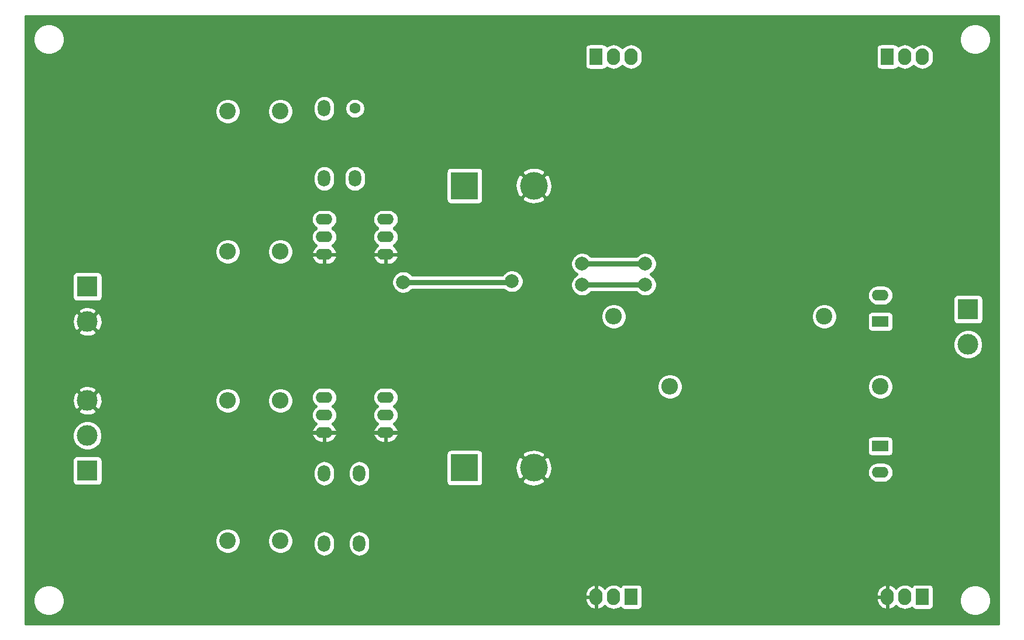
<source format=gbr>
%TF.GenerationSoftware,KiCad,Pcbnew,5.1.6*%
%TF.CreationDate,2020-07-22T11:20:34-03:00*%
%TF.ProjectId,pwm_seno,70776d5f-7365-46e6-9f2e-6b696361645f,1*%
%TF.SameCoordinates,Original*%
%TF.FileFunction,Copper,L1,Top*%
%TF.FilePolarity,Positive*%
%FSLAX46Y46*%
G04 Gerber Fmt 4.6, Leading zero omitted, Abs format (unit mm)*
G04 Created by KiCad (PCBNEW 5.1.6) date 2020-07-22 11:20:34*
%MOMM*%
%LPD*%
G01*
G04 APERTURE LIST*
%TA.AperFunction,ComponentPad*%
%ADD10O,2.400000X2.400000*%
%TD*%
%TA.AperFunction,ComponentPad*%
%ADD11C,2.400000*%
%TD*%
%TA.AperFunction,ComponentPad*%
%ADD12O,2.400000X1.600000*%
%TD*%
%TA.AperFunction,ComponentPad*%
%ADD13R,2.400000X1.600000*%
%TD*%
%TA.AperFunction,ComponentPad*%
%ADD14R,4.000000X4.000000*%
%TD*%
%TA.AperFunction,ComponentPad*%
%ADD15C,4.000000*%
%TD*%
%TA.AperFunction,ComponentPad*%
%ADD16R,1.905000X2.400000*%
%TD*%
%TA.AperFunction,ComponentPad*%
%ADD17O,1.905000X2.400000*%
%TD*%
%TA.AperFunction,ComponentPad*%
%ADD18C,3.000000*%
%TD*%
%TA.AperFunction,ComponentPad*%
%ADD19R,3.000000X3.000000*%
%TD*%
%TA.AperFunction,ComponentPad*%
%ADD20O,1.800000X2.400000*%
%TD*%
%TA.AperFunction,ComponentPad*%
%ADD21C,1.600000*%
%TD*%
%TA.AperFunction,ViaPad*%
%ADD22C,2.000000*%
%TD*%
%TA.AperFunction,Conductor*%
%ADD23C,0.800000*%
%TD*%
%TA.AperFunction,Conductor*%
%ADD24C,0.400000*%
%TD*%
G04 APERTURE END LIST*
D10*
%TO.P,R10,2*%
%TO.N,Net-(C4-Pad1)*%
X117348000Y-76708000D03*
D11*
%TO.P,R10,1*%
%TO.N,Net-(C5-Pad1)*%
X147828000Y-76708000D03*
%TD*%
D12*
%TO.P,C4,2*%
%TO.N,/L2*%
X147828000Y-89144000D03*
D13*
%TO.P,C4,1*%
%TO.N,Net-(C4-Pad1)*%
X147828000Y-85344000D03*
%TD*%
D14*
%TO.P,C2,1*%
%TO.N,VCC*%
X87630000Y-88495001D03*
D15*
%TO.P,C2,2*%
%TO.N,GND*%
X97630000Y-88495001D03*
%TD*%
D16*
%TO.P,Q8,1*%
%TO.N,/NFET2*%
X153924000Y-107188000D03*
D17*
%TO.P,Q8,2*%
%TO.N,/L2*%
X151384000Y-107188000D03*
%TO.P,Q8,3*%
%TO.N,GND*%
X148844000Y-107188000D03*
%TD*%
D16*
%TO.P,Q6,1*%
%TO.N,/NFET1*%
X111760000Y-107188000D03*
D17*
%TO.P,Q6,2*%
%TO.N,/L1*%
X109220000Y-107188000D03*
%TO.P,Q6,3*%
%TO.N,GND*%
X106680000Y-107188000D03*
%TD*%
D12*
%TO.P,Q4,2*%
%TO.N,Net-(Q4-Pad2)*%
X76200000Y-80840000D03*
%TO.P,Q4,3*%
%TO.N,GND*%
X76200000Y-83380000D03*
%TO.P,Q4,1*%
%TO.N,/NFET1*%
X76200000Y-78300000D03*
%TD*%
D15*
%TO.P,C1,2*%
%TO.N,GND*%
X97630000Y-47630000D03*
D14*
%TO.P,C1,1*%
%TO.N,VCC*%
X87630000Y-47630000D03*
%TD*%
D12*
%TO.P,C5,2*%
%TO.N,/L2*%
X147828000Y-63500000D03*
D13*
%TO.P,C5,1*%
%TO.N,Net-(C5-Pad1)*%
X147828000Y-67300000D03*
%TD*%
D18*
%TO.P,J1,2*%
%TO.N,GND*%
X33020000Y-67310000D03*
D19*
%TO.P,J1,1*%
%TO.N,VCC*%
X33020000Y-62230000D03*
%TD*%
%TO.P,J2,1*%
%TO.N,/PWM1*%
X33020000Y-88900000D03*
D18*
%TO.P,J2,2*%
%TO.N,/PWM2*%
X33020000Y-83820000D03*
%TO.P,J2,3*%
%TO.N,GND*%
X33020000Y-78740000D03*
%TD*%
D19*
%TO.P,LS1,1*%
%TO.N,/L2*%
X160528000Y-65532000D03*
D18*
%TO.P,LS1,2*%
%TO.N,Net-(C5-Pad1)*%
X160528000Y-70612000D03*
%TD*%
D12*
%TO.P,Q1,1*%
%TO.N,/PFET1*%
X67310000Y-52510000D03*
%TO.P,Q1,3*%
%TO.N,GND*%
X67310000Y-57590000D03*
%TO.P,Q1,2*%
%TO.N,Net-(Q1-Pad2)*%
X67310000Y-55050000D03*
%TD*%
%TO.P,Q2,2*%
%TO.N,Net-(Q2-Pad2)*%
X76200000Y-55050000D03*
%TO.P,Q2,3*%
%TO.N,GND*%
X76200000Y-57590000D03*
%TO.P,Q2,1*%
%TO.N,/NFET2*%
X76200000Y-52510000D03*
%TD*%
%TO.P,Q3,1*%
%TO.N,/PFET2*%
X67310000Y-78300000D03*
%TO.P,Q3,3*%
%TO.N,GND*%
X67310000Y-83380000D03*
%TO.P,Q3,2*%
%TO.N,Net-(Q3-Pad2)*%
X67310000Y-80840000D03*
%TD*%
D17*
%TO.P,Q5,3*%
%TO.N,/L1*%
X111760000Y-28940000D03*
%TO.P,Q5,2*%
%TO.N,VCC*%
X109220000Y-28940000D03*
D16*
%TO.P,Q5,1*%
%TO.N,/PFET1*%
X106680000Y-28940000D03*
%TD*%
D17*
%TO.P,Q7,3*%
%TO.N,/L2*%
X153924000Y-28940000D03*
%TO.P,Q7,2*%
%TO.N,VCC*%
X151384000Y-28940000D03*
D16*
%TO.P,Q7,1*%
%TO.N,/PFET2*%
X148844000Y-28940000D03*
%TD*%
D20*
%TO.P,R1,2*%
%TO.N,/PWM1*%
X67310000Y-36430000D03*
%TO.P,R1,1*%
%TO.N,Net-(Q1-Pad2)*%
X67310000Y-46590000D03*
%TD*%
D11*
%TO.P,R2,1*%
%TO.N,VCC*%
X60960000Y-36830000D03*
D10*
%TO.P,R2,2*%
%TO.N,/PFET1*%
X60960000Y-57150000D03*
%TD*%
D21*
%TO.P,R3,1*%
%TO.N,Net-(Q2-Pad2)*%
X71755000Y-36430000D03*
D20*
%TO.P,R3,2*%
%TO.N,/PFET1*%
X71755000Y-46590000D03*
%TD*%
D10*
%TO.P,R4,2*%
%TO.N,/NFET2*%
X53340000Y-57150000D03*
D11*
%TO.P,R4,1*%
%TO.N,VCC*%
X53340000Y-36830000D03*
%TD*%
D20*
%TO.P,R5,2*%
%TO.N,/PWM2*%
X67310000Y-89300000D03*
%TO.P,R5,1*%
%TO.N,Net-(Q3-Pad2)*%
X67310000Y-99460000D03*
%TD*%
D11*
%TO.P,R6,1*%
%TO.N,VCC*%
X60960000Y-99060000D03*
D10*
%TO.P,R6,2*%
%TO.N,/PFET2*%
X60960000Y-78740000D03*
%TD*%
D20*
%TO.P,R7,1*%
%TO.N,Net-(Q4-Pad2)*%
X72390000Y-99460000D03*
%TO.P,R7,2*%
%TO.N,/PFET2*%
X72390000Y-89300000D03*
%TD*%
D10*
%TO.P,R8,2*%
%TO.N,/NFET1*%
X53340000Y-78740000D03*
D11*
%TO.P,R8,1*%
%TO.N,VCC*%
X53340000Y-99060000D03*
%TD*%
%TO.P,R9,1*%
%TO.N,Net-(C4-Pad1)*%
X139700000Y-66548000D03*
D10*
%TO.P,R9,2*%
%TO.N,/L1*%
X109220000Y-66548000D03*
%TD*%
D22*
%TO.N,/NFET2*%
X78740000Y-61595000D03*
X94488000Y-61468000D03*
X113792000Y-61976000D03*
X104648000Y-61976000D03*
%TO.N,/PFET2*%
X104648000Y-58928000D03*
X113792000Y-58928000D03*
%TD*%
D23*
%TO.N,/NFET2*%
X78740000Y-61595000D02*
X94361000Y-61595000D01*
X94361000Y-61595000D02*
X94488000Y-61468000D01*
X113792000Y-61976000D02*
X104648000Y-61976000D01*
%TO.N,/PFET2*%
X104648000Y-58928000D02*
X113792000Y-58928000D01*
%TD*%
D24*
%TO.N,GND*%
G36*
X164875000Y-111027000D02*
G01*
X24101000Y-111027000D01*
X24101000Y-107468682D01*
X25124000Y-107468682D01*
X25124000Y-107923318D01*
X25212696Y-108369219D01*
X25386677Y-108789248D01*
X25639260Y-109167264D01*
X25960736Y-109488740D01*
X26338752Y-109741323D01*
X26758781Y-109915304D01*
X27204682Y-110004000D01*
X27659318Y-110004000D01*
X28105219Y-109915304D01*
X28525248Y-109741323D01*
X28903264Y-109488740D01*
X29224740Y-109167264D01*
X29477323Y-108789248D01*
X29651304Y-108369219D01*
X29740000Y-107923318D01*
X29740000Y-107468682D01*
X29694910Y-107242000D01*
X105019500Y-107242000D01*
X105019500Y-107489500D01*
X105061941Y-107812410D01*
X105166563Y-108120835D01*
X105329345Y-108402923D01*
X105544032Y-108647834D01*
X105802374Y-108846156D01*
X106094443Y-108990267D01*
X106367043Y-109066242D01*
X106626000Y-108918017D01*
X106626000Y-107242000D01*
X105019500Y-107242000D01*
X29694910Y-107242000D01*
X29651304Y-107022781D01*
X29594855Y-106886500D01*
X105019500Y-106886500D01*
X105019500Y-107134000D01*
X106626000Y-107134000D01*
X106626000Y-105457983D01*
X106734000Y-105457983D01*
X106734000Y-107134000D01*
X106754000Y-107134000D01*
X106754000Y-107242000D01*
X106734000Y-107242000D01*
X106734000Y-108918017D01*
X106992957Y-109066242D01*
X107265557Y-108990267D01*
X107557626Y-108846156D01*
X107815968Y-108647834D01*
X107945537Y-108500024D01*
X108040168Y-108615332D01*
X108293012Y-108822835D01*
X108581480Y-108977024D01*
X108894485Y-109071974D01*
X109220000Y-109104034D01*
X109545514Y-109071974D01*
X109858519Y-108977024D01*
X110146987Y-108822835D01*
X110209646Y-108771412D01*
X110215972Y-108783247D01*
X110304447Y-108891053D01*
X110412253Y-108979528D01*
X110535249Y-109045271D01*
X110668708Y-109085755D01*
X110807500Y-109099425D01*
X112712500Y-109099425D01*
X112851292Y-109085755D01*
X112984751Y-109045271D01*
X113107747Y-108979528D01*
X113215553Y-108891053D01*
X113304028Y-108783247D01*
X113369771Y-108660251D01*
X113410255Y-108526792D01*
X113423925Y-108388000D01*
X113423925Y-107242000D01*
X147183500Y-107242000D01*
X147183500Y-107489500D01*
X147225941Y-107812410D01*
X147330563Y-108120835D01*
X147493345Y-108402923D01*
X147708032Y-108647834D01*
X147966374Y-108846156D01*
X148258443Y-108990267D01*
X148531043Y-109066242D01*
X148790000Y-108918017D01*
X148790000Y-107242000D01*
X147183500Y-107242000D01*
X113423925Y-107242000D01*
X113423925Y-106886500D01*
X147183500Y-106886500D01*
X147183500Y-107134000D01*
X148790000Y-107134000D01*
X148790000Y-105457983D01*
X148898000Y-105457983D01*
X148898000Y-107134000D01*
X148918000Y-107134000D01*
X148918000Y-107242000D01*
X148898000Y-107242000D01*
X148898000Y-108918017D01*
X149156957Y-109066242D01*
X149429557Y-108990267D01*
X149721626Y-108846156D01*
X149979968Y-108647834D01*
X150109537Y-108500024D01*
X150204168Y-108615332D01*
X150457012Y-108822835D01*
X150745480Y-108977024D01*
X151058485Y-109071974D01*
X151384000Y-109104034D01*
X151709514Y-109071974D01*
X152022519Y-108977024D01*
X152310987Y-108822835D01*
X152373646Y-108771412D01*
X152379972Y-108783247D01*
X152468447Y-108891053D01*
X152576253Y-108979528D01*
X152699249Y-109045271D01*
X152832708Y-109085755D01*
X152971500Y-109099425D01*
X154876500Y-109099425D01*
X155015292Y-109085755D01*
X155148751Y-109045271D01*
X155271747Y-108979528D01*
X155379553Y-108891053D01*
X155468028Y-108783247D01*
X155533771Y-108660251D01*
X155574255Y-108526792D01*
X155587925Y-108388000D01*
X155587925Y-107468682D01*
X159236000Y-107468682D01*
X159236000Y-107923318D01*
X159324696Y-108369219D01*
X159498677Y-108789248D01*
X159751260Y-109167264D01*
X160072736Y-109488740D01*
X160450752Y-109741323D01*
X160870781Y-109915304D01*
X161316682Y-110004000D01*
X161771318Y-110004000D01*
X162217219Y-109915304D01*
X162637248Y-109741323D01*
X163015264Y-109488740D01*
X163336740Y-109167264D01*
X163589323Y-108789248D01*
X163763304Y-108369219D01*
X163852000Y-107923318D01*
X163852000Y-107468682D01*
X163763304Y-107022781D01*
X163589323Y-106602752D01*
X163336740Y-106224736D01*
X163015264Y-105903260D01*
X162637248Y-105650677D01*
X162217219Y-105476696D01*
X161771318Y-105388000D01*
X161316682Y-105388000D01*
X160870781Y-105476696D01*
X160450752Y-105650677D01*
X160072736Y-105903260D01*
X159751260Y-106224736D01*
X159498677Y-106602752D01*
X159324696Y-107022781D01*
X159236000Y-107468682D01*
X155587925Y-107468682D01*
X155587925Y-105988000D01*
X155574255Y-105849208D01*
X155533771Y-105715749D01*
X155468028Y-105592753D01*
X155379553Y-105484947D01*
X155271747Y-105396472D01*
X155148751Y-105330729D01*
X155015292Y-105290245D01*
X154876500Y-105276575D01*
X152971500Y-105276575D01*
X152832708Y-105290245D01*
X152699249Y-105330729D01*
X152576253Y-105396472D01*
X152468447Y-105484947D01*
X152379972Y-105592753D01*
X152373646Y-105604587D01*
X152310988Y-105553165D01*
X152022520Y-105398976D01*
X151709515Y-105304026D01*
X151384000Y-105271966D01*
X151058486Y-105304026D01*
X150745481Y-105398976D01*
X150457013Y-105553165D01*
X150204168Y-105760668D01*
X150109537Y-105875976D01*
X149979968Y-105728166D01*
X149721626Y-105529844D01*
X149429557Y-105385733D01*
X149156957Y-105309758D01*
X148898000Y-105457983D01*
X148790000Y-105457983D01*
X148531043Y-105309758D01*
X148258443Y-105385733D01*
X147966374Y-105529844D01*
X147708032Y-105728166D01*
X147493345Y-105973077D01*
X147330563Y-106255165D01*
X147225941Y-106563590D01*
X147183500Y-106886500D01*
X113423925Y-106886500D01*
X113423925Y-105988000D01*
X113410255Y-105849208D01*
X113369771Y-105715749D01*
X113304028Y-105592753D01*
X113215553Y-105484947D01*
X113107747Y-105396472D01*
X112984751Y-105330729D01*
X112851292Y-105290245D01*
X112712500Y-105276575D01*
X110807500Y-105276575D01*
X110668708Y-105290245D01*
X110535249Y-105330729D01*
X110412253Y-105396472D01*
X110304447Y-105484947D01*
X110215972Y-105592753D01*
X110209646Y-105604587D01*
X110146988Y-105553165D01*
X109858520Y-105398976D01*
X109545515Y-105304026D01*
X109220000Y-105271966D01*
X108894486Y-105304026D01*
X108581481Y-105398976D01*
X108293013Y-105553165D01*
X108040168Y-105760668D01*
X107945537Y-105875976D01*
X107815968Y-105728166D01*
X107557626Y-105529844D01*
X107265557Y-105385733D01*
X106992957Y-105309758D01*
X106734000Y-105457983D01*
X106626000Y-105457983D01*
X106367043Y-105309758D01*
X106094443Y-105385733D01*
X105802374Y-105529844D01*
X105544032Y-105728166D01*
X105329345Y-105973077D01*
X105166563Y-106255165D01*
X105061941Y-106563590D01*
X105019500Y-106886500D01*
X29594855Y-106886500D01*
X29477323Y-106602752D01*
X29224740Y-106224736D01*
X28903264Y-105903260D01*
X28525248Y-105650677D01*
X28105219Y-105476696D01*
X27659318Y-105388000D01*
X27204682Y-105388000D01*
X26758781Y-105476696D01*
X26338752Y-105650677D01*
X25960736Y-105903260D01*
X25639260Y-106224736D01*
X25386677Y-106602752D01*
X25212696Y-107022781D01*
X25124000Y-107468682D01*
X24101000Y-107468682D01*
X24101000Y-98872078D01*
X51432000Y-98872078D01*
X51432000Y-99247922D01*
X51505323Y-99616543D01*
X51649152Y-99963777D01*
X51857960Y-100276279D01*
X52123721Y-100542040D01*
X52436223Y-100750848D01*
X52783457Y-100894677D01*
X53152078Y-100968000D01*
X53527922Y-100968000D01*
X53896543Y-100894677D01*
X54243777Y-100750848D01*
X54556279Y-100542040D01*
X54822040Y-100276279D01*
X55030848Y-99963777D01*
X55174677Y-99616543D01*
X55248000Y-99247922D01*
X55248000Y-98872078D01*
X59052000Y-98872078D01*
X59052000Y-99247922D01*
X59125323Y-99616543D01*
X59269152Y-99963777D01*
X59477960Y-100276279D01*
X59743721Y-100542040D01*
X60056223Y-100750848D01*
X60403457Y-100894677D01*
X60772078Y-100968000D01*
X61147922Y-100968000D01*
X61516543Y-100894677D01*
X61863777Y-100750848D01*
X62176279Y-100542040D01*
X62442040Y-100276279D01*
X62650848Y-99963777D01*
X62794677Y-99616543D01*
X62868000Y-99247922D01*
X62868000Y-99081010D01*
X65702000Y-99081010D01*
X65702000Y-99838991D01*
X65725267Y-100075223D01*
X65817214Y-100378332D01*
X65966528Y-100657679D01*
X66167471Y-100902529D01*
X66412322Y-101103472D01*
X66691669Y-101252786D01*
X66994778Y-101344733D01*
X67310000Y-101375780D01*
X67625223Y-101344733D01*
X67928332Y-101252786D01*
X68207679Y-101103472D01*
X68452529Y-100902529D01*
X68653472Y-100657679D01*
X68802786Y-100378332D01*
X68894733Y-100075222D01*
X68918000Y-99838990D01*
X68918000Y-99081010D01*
X70782000Y-99081010D01*
X70782000Y-99838991D01*
X70805267Y-100075223D01*
X70897214Y-100378332D01*
X71046528Y-100657679D01*
X71247471Y-100902529D01*
X71492322Y-101103472D01*
X71771669Y-101252786D01*
X72074778Y-101344733D01*
X72390000Y-101375780D01*
X72705223Y-101344733D01*
X73008332Y-101252786D01*
X73287679Y-101103472D01*
X73532529Y-100902529D01*
X73733472Y-100657679D01*
X73882786Y-100378332D01*
X73974733Y-100075222D01*
X73998000Y-99838990D01*
X73998000Y-99081009D01*
X73974733Y-98844777D01*
X73882786Y-98541668D01*
X73733472Y-98262321D01*
X73532529Y-98017471D01*
X73287678Y-97816528D01*
X73008331Y-97667214D01*
X72705222Y-97575267D01*
X72390000Y-97544220D01*
X72074777Y-97575267D01*
X71771668Y-97667214D01*
X71492321Y-97816528D01*
X71247471Y-98017471D01*
X71046528Y-98262322D01*
X70897214Y-98541669D01*
X70805267Y-98844778D01*
X70782000Y-99081010D01*
X68918000Y-99081010D01*
X68918000Y-99081009D01*
X68894733Y-98844777D01*
X68802786Y-98541668D01*
X68653472Y-98262321D01*
X68452529Y-98017471D01*
X68207678Y-97816528D01*
X67928331Y-97667214D01*
X67625222Y-97575267D01*
X67310000Y-97544220D01*
X66994777Y-97575267D01*
X66691668Y-97667214D01*
X66412321Y-97816528D01*
X66167471Y-98017471D01*
X65966528Y-98262322D01*
X65817214Y-98541669D01*
X65725267Y-98844778D01*
X65702000Y-99081010D01*
X62868000Y-99081010D01*
X62868000Y-98872078D01*
X62794677Y-98503457D01*
X62650848Y-98156223D01*
X62442040Y-97843721D01*
X62176279Y-97577960D01*
X61863777Y-97369152D01*
X61516543Y-97225323D01*
X61147922Y-97152000D01*
X60772078Y-97152000D01*
X60403457Y-97225323D01*
X60056223Y-97369152D01*
X59743721Y-97577960D01*
X59477960Y-97843721D01*
X59269152Y-98156223D01*
X59125323Y-98503457D01*
X59052000Y-98872078D01*
X55248000Y-98872078D01*
X55174677Y-98503457D01*
X55030848Y-98156223D01*
X54822040Y-97843721D01*
X54556279Y-97577960D01*
X54243777Y-97369152D01*
X53896543Y-97225323D01*
X53527922Y-97152000D01*
X53152078Y-97152000D01*
X52783457Y-97225323D01*
X52436223Y-97369152D01*
X52123721Y-97577960D01*
X51857960Y-97843721D01*
X51649152Y-98156223D01*
X51505323Y-98503457D01*
X51432000Y-98872078D01*
X24101000Y-98872078D01*
X24101000Y-87400000D01*
X30808575Y-87400000D01*
X30808575Y-90400000D01*
X30822245Y-90538792D01*
X30862729Y-90672251D01*
X30928472Y-90795247D01*
X31016947Y-90903053D01*
X31124753Y-90991528D01*
X31247749Y-91057271D01*
X31381208Y-91097755D01*
X31520000Y-91111425D01*
X34520000Y-91111425D01*
X34658792Y-91097755D01*
X34792251Y-91057271D01*
X34915247Y-90991528D01*
X35023053Y-90903053D01*
X35111528Y-90795247D01*
X35177271Y-90672251D01*
X35217755Y-90538792D01*
X35231425Y-90400000D01*
X35231425Y-88921010D01*
X65702000Y-88921010D01*
X65702000Y-89678991D01*
X65725267Y-89915223D01*
X65817214Y-90218332D01*
X65966528Y-90497679D01*
X66167471Y-90742529D01*
X66412322Y-90943472D01*
X66691669Y-91092786D01*
X66994778Y-91184733D01*
X67310000Y-91215780D01*
X67625223Y-91184733D01*
X67928332Y-91092786D01*
X68207679Y-90943472D01*
X68452529Y-90742529D01*
X68653472Y-90497679D01*
X68802786Y-90218332D01*
X68894733Y-89915222D01*
X68918000Y-89678990D01*
X68918000Y-88921010D01*
X70782000Y-88921010D01*
X70782000Y-89678991D01*
X70805267Y-89915223D01*
X70897214Y-90218332D01*
X71046528Y-90497679D01*
X71247471Y-90742529D01*
X71492322Y-90943472D01*
X71771669Y-91092786D01*
X72074778Y-91184733D01*
X72390000Y-91215780D01*
X72705223Y-91184733D01*
X73008332Y-91092786D01*
X73287679Y-90943472D01*
X73532529Y-90742529D01*
X73733472Y-90497679D01*
X73882786Y-90218332D01*
X73974733Y-89915222D01*
X73998000Y-89678990D01*
X73998000Y-88921009D01*
X73974733Y-88684777D01*
X73882786Y-88381668D01*
X73733472Y-88102321D01*
X73532529Y-87857471D01*
X73287678Y-87656528D01*
X73008331Y-87507214D01*
X72705222Y-87415267D01*
X72390000Y-87384220D01*
X72074777Y-87415267D01*
X71771668Y-87507214D01*
X71492321Y-87656528D01*
X71247471Y-87857471D01*
X71046528Y-88102322D01*
X70897214Y-88381669D01*
X70805267Y-88684778D01*
X70782000Y-88921010D01*
X68918000Y-88921010D01*
X68918000Y-88921009D01*
X68894733Y-88684777D01*
X68802786Y-88381668D01*
X68653472Y-88102321D01*
X68452529Y-87857471D01*
X68207678Y-87656528D01*
X67928331Y-87507214D01*
X67625222Y-87415267D01*
X67310000Y-87384220D01*
X66994777Y-87415267D01*
X66691668Y-87507214D01*
X66412321Y-87656528D01*
X66167471Y-87857471D01*
X65966528Y-88102322D01*
X65817214Y-88381669D01*
X65725267Y-88684778D01*
X65702000Y-88921010D01*
X35231425Y-88921010D01*
X35231425Y-87400000D01*
X35217755Y-87261208D01*
X35177271Y-87127749D01*
X35111528Y-87004753D01*
X35023053Y-86896947D01*
X34915247Y-86808472D01*
X34792251Y-86742729D01*
X34658792Y-86702245D01*
X34520000Y-86688575D01*
X31520000Y-86688575D01*
X31381208Y-86702245D01*
X31247749Y-86742729D01*
X31124753Y-86808472D01*
X31016947Y-86896947D01*
X30928472Y-87004753D01*
X30862729Y-87127749D01*
X30822245Y-87261208D01*
X30808575Y-87400000D01*
X24101000Y-87400000D01*
X24101000Y-86495001D01*
X84918575Y-86495001D01*
X84918575Y-90495001D01*
X84932245Y-90633793D01*
X84972729Y-90767252D01*
X85038472Y-90890248D01*
X85126947Y-90998054D01*
X85234753Y-91086529D01*
X85357749Y-91152272D01*
X85491208Y-91192756D01*
X85630000Y-91206426D01*
X89630000Y-91206426D01*
X89768792Y-91192756D01*
X89902251Y-91152272D01*
X90025247Y-91086529D01*
X90133053Y-90998054D01*
X90221528Y-90890248D01*
X90287271Y-90767252D01*
X90327755Y-90633793D01*
X90341425Y-90495001D01*
X90341425Y-90331732D01*
X95869636Y-90331732D01*
X96074578Y-90727727D01*
X96540048Y-90988273D01*
X97047404Y-91153005D01*
X97577149Y-91215591D01*
X98108925Y-91173626D01*
X98622296Y-91028724D01*
X99097534Y-90786452D01*
X99185422Y-90727727D01*
X99390364Y-90331732D01*
X97630000Y-88571369D01*
X95869636Y-90331732D01*
X90341425Y-90331732D01*
X90341425Y-88442150D01*
X94909410Y-88442150D01*
X94951375Y-88973926D01*
X95096277Y-89487297D01*
X95338549Y-89962535D01*
X95397274Y-90050423D01*
X95793269Y-90255365D01*
X97553632Y-88495001D01*
X97706368Y-88495001D01*
X99466731Y-90255365D01*
X99862726Y-90050423D01*
X100123272Y-89584953D01*
X100266443Y-89144000D01*
X145912704Y-89144000D01*
X145941820Y-89439620D01*
X146028049Y-89723879D01*
X146168077Y-89985853D01*
X146356524Y-90215476D01*
X146586147Y-90403923D01*
X146848121Y-90543951D01*
X147132380Y-90630180D01*
X147353922Y-90652000D01*
X148302078Y-90652000D01*
X148523620Y-90630180D01*
X148807879Y-90543951D01*
X149069853Y-90403923D01*
X149299476Y-90215476D01*
X149487923Y-89985853D01*
X149627951Y-89723879D01*
X149714180Y-89439620D01*
X149743296Y-89144000D01*
X149714180Y-88848380D01*
X149627951Y-88564121D01*
X149487923Y-88302147D01*
X149299476Y-88072524D01*
X149069853Y-87884077D01*
X148807879Y-87744049D01*
X148523620Y-87657820D01*
X148302078Y-87636000D01*
X147353922Y-87636000D01*
X147132380Y-87657820D01*
X146848121Y-87744049D01*
X146586147Y-87884077D01*
X146356524Y-88072524D01*
X146168077Y-88302147D01*
X146028049Y-88564121D01*
X145941820Y-88848380D01*
X145912704Y-89144000D01*
X100266443Y-89144000D01*
X100288004Y-89077597D01*
X100350590Y-88547852D01*
X100308625Y-88016076D01*
X100163723Y-87502705D01*
X99921451Y-87027467D01*
X99862726Y-86939579D01*
X99466731Y-86734637D01*
X97706368Y-88495001D01*
X97553632Y-88495001D01*
X95793269Y-86734637D01*
X95397274Y-86939579D01*
X95136728Y-87405049D01*
X94971996Y-87912405D01*
X94909410Y-88442150D01*
X90341425Y-88442150D01*
X90341425Y-86658270D01*
X95869636Y-86658270D01*
X97630000Y-88418633D01*
X99390364Y-86658270D01*
X99185422Y-86262275D01*
X98719952Y-86001729D01*
X98212596Y-85836997D01*
X97682851Y-85774411D01*
X97151075Y-85816376D01*
X96637704Y-85961278D01*
X96162466Y-86203550D01*
X96074578Y-86262275D01*
X95869636Y-86658270D01*
X90341425Y-86658270D01*
X90341425Y-86495001D01*
X90327755Y-86356209D01*
X90287271Y-86222750D01*
X90221528Y-86099754D01*
X90133053Y-85991948D01*
X90025247Y-85903473D01*
X89902251Y-85837730D01*
X89768792Y-85797246D01*
X89630000Y-85783576D01*
X85630000Y-85783576D01*
X85491208Y-85797246D01*
X85357749Y-85837730D01*
X85234753Y-85903473D01*
X85126947Y-85991948D01*
X85038472Y-86099754D01*
X84972729Y-86222750D01*
X84932245Y-86356209D01*
X84918575Y-86495001D01*
X24101000Y-86495001D01*
X24101000Y-83602531D01*
X30812000Y-83602531D01*
X30812000Y-84037469D01*
X30896852Y-84464050D01*
X31063295Y-84865880D01*
X31304934Y-85227518D01*
X31612482Y-85535066D01*
X31974120Y-85776705D01*
X32375950Y-85943148D01*
X32802531Y-86028000D01*
X33237469Y-86028000D01*
X33664050Y-85943148D01*
X34065880Y-85776705D01*
X34427518Y-85535066D01*
X34735066Y-85227518D01*
X34976705Y-84865880D01*
X35143148Y-84464050D01*
X35228000Y-84037469D01*
X35228000Y-83669087D01*
X65429969Y-83669087D01*
X65496126Y-83907197D01*
X65626144Y-84172900D01*
X65805500Y-84408133D01*
X66027301Y-84603855D01*
X66283024Y-84752545D01*
X66562841Y-84848489D01*
X66856000Y-84888000D01*
X67256000Y-84888000D01*
X67256000Y-83434000D01*
X67364000Y-83434000D01*
X67364000Y-84888000D01*
X67764000Y-84888000D01*
X68057159Y-84848489D01*
X68336976Y-84752545D01*
X68592699Y-84603855D01*
X68814500Y-84408133D01*
X68993856Y-84172900D01*
X69123874Y-83907197D01*
X69190031Y-83669087D01*
X74319969Y-83669087D01*
X74386126Y-83907197D01*
X74516144Y-84172900D01*
X74695500Y-84408133D01*
X74917301Y-84603855D01*
X75173024Y-84752545D01*
X75452841Y-84848489D01*
X75746000Y-84888000D01*
X76146000Y-84888000D01*
X76146000Y-83434000D01*
X76254000Y-83434000D01*
X76254000Y-84888000D01*
X76654000Y-84888000D01*
X76947159Y-84848489D01*
X77226976Y-84752545D01*
X77482699Y-84603855D01*
X77550529Y-84544000D01*
X145916575Y-84544000D01*
X145916575Y-86144000D01*
X145930245Y-86282792D01*
X145970729Y-86416251D01*
X146036472Y-86539247D01*
X146124947Y-86647053D01*
X146232753Y-86735528D01*
X146355749Y-86801271D01*
X146489208Y-86841755D01*
X146628000Y-86855425D01*
X149028000Y-86855425D01*
X149166792Y-86841755D01*
X149300251Y-86801271D01*
X149423247Y-86735528D01*
X149531053Y-86647053D01*
X149619528Y-86539247D01*
X149685271Y-86416251D01*
X149725755Y-86282792D01*
X149739425Y-86144000D01*
X149739425Y-84544000D01*
X149725755Y-84405208D01*
X149685271Y-84271749D01*
X149619528Y-84148753D01*
X149531053Y-84040947D01*
X149423247Y-83952472D01*
X149300251Y-83886729D01*
X149166792Y-83846245D01*
X149028000Y-83832575D01*
X146628000Y-83832575D01*
X146489208Y-83846245D01*
X146355749Y-83886729D01*
X146232753Y-83952472D01*
X146124947Y-84040947D01*
X146036472Y-84148753D01*
X145970729Y-84271749D01*
X145930245Y-84405208D01*
X145916575Y-84544000D01*
X77550529Y-84544000D01*
X77704500Y-84408133D01*
X77883856Y-84172900D01*
X78013874Y-83907197D01*
X78080031Y-83669087D01*
X77929904Y-83434000D01*
X76254000Y-83434000D01*
X76146000Y-83434000D01*
X74470096Y-83434000D01*
X74319969Y-83669087D01*
X69190031Y-83669087D01*
X69039904Y-83434000D01*
X67364000Y-83434000D01*
X67256000Y-83434000D01*
X65580096Y-83434000D01*
X65429969Y-83669087D01*
X35228000Y-83669087D01*
X35228000Y-83602531D01*
X35143148Y-83175950D01*
X34976705Y-82774120D01*
X34735066Y-82412482D01*
X34427518Y-82104934D01*
X34065880Y-81863295D01*
X33664050Y-81696852D01*
X33237469Y-81612000D01*
X32802531Y-81612000D01*
X32375950Y-81696852D01*
X31974120Y-81863295D01*
X31612482Y-82104934D01*
X31304934Y-82412482D01*
X31063295Y-82774120D01*
X30896852Y-83175950D01*
X30812000Y-83602531D01*
X24101000Y-83602531D01*
X24101000Y-80221367D01*
X31615000Y-80221367D01*
X31759963Y-80566162D01*
X32140441Y-80776893D01*
X32554719Y-80909348D01*
X32986878Y-80958437D01*
X33420310Y-80922272D01*
X33838359Y-80802243D01*
X34224958Y-80602963D01*
X34280037Y-80566162D01*
X34425000Y-80221367D01*
X33020000Y-78816368D01*
X31615000Y-80221367D01*
X24101000Y-80221367D01*
X24101000Y-78706878D01*
X30801563Y-78706878D01*
X30837728Y-79140310D01*
X30957757Y-79558359D01*
X31157037Y-79944958D01*
X31193838Y-80000037D01*
X31538633Y-80145000D01*
X32943632Y-78740000D01*
X33096368Y-78740000D01*
X34501367Y-80145000D01*
X34846162Y-80000037D01*
X35056893Y-79619559D01*
X35189348Y-79205281D01*
X35238437Y-78773122D01*
X35219994Y-78552078D01*
X51432000Y-78552078D01*
X51432000Y-78927922D01*
X51505323Y-79296543D01*
X51649152Y-79643777D01*
X51857960Y-79956279D01*
X52123721Y-80222040D01*
X52436223Y-80430848D01*
X52783457Y-80574677D01*
X53152078Y-80648000D01*
X53527922Y-80648000D01*
X53896543Y-80574677D01*
X54243777Y-80430848D01*
X54556279Y-80222040D01*
X54822040Y-79956279D01*
X55030848Y-79643777D01*
X55174677Y-79296543D01*
X55248000Y-78927922D01*
X55248000Y-78552078D01*
X59052000Y-78552078D01*
X59052000Y-78927922D01*
X59125323Y-79296543D01*
X59269152Y-79643777D01*
X59477960Y-79956279D01*
X59743721Y-80222040D01*
X60056223Y-80430848D01*
X60403457Y-80574677D01*
X60772078Y-80648000D01*
X61147922Y-80648000D01*
X61516543Y-80574677D01*
X61863777Y-80430848D01*
X62176279Y-80222040D01*
X62442040Y-79956279D01*
X62650848Y-79643777D01*
X62794677Y-79296543D01*
X62868000Y-78927922D01*
X62868000Y-78552078D01*
X62817859Y-78300000D01*
X65394704Y-78300000D01*
X65423820Y-78595620D01*
X65510049Y-78879879D01*
X65650077Y-79141853D01*
X65838524Y-79371476D01*
X66068147Y-79559923D01*
X66087000Y-79570000D01*
X66068147Y-79580077D01*
X65838524Y-79768524D01*
X65650077Y-79998147D01*
X65510049Y-80260121D01*
X65423820Y-80544380D01*
X65394704Y-80840000D01*
X65423820Y-81135620D01*
X65510049Y-81419879D01*
X65650077Y-81681853D01*
X65838524Y-81911476D01*
X66068147Y-82099923D01*
X66097245Y-82115476D01*
X66027301Y-82156145D01*
X65805500Y-82351867D01*
X65626144Y-82587100D01*
X65496126Y-82852803D01*
X65429969Y-83090913D01*
X65580096Y-83326000D01*
X67256000Y-83326000D01*
X67256000Y-83306000D01*
X67364000Y-83306000D01*
X67364000Y-83326000D01*
X69039904Y-83326000D01*
X69190031Y-83090913D01*
X69123874Y-82852803D01*
X68993856Y-82587100D01*
X68814500Y-82351867D01*
X68592699Y-82156145D01*
X68522755Y-82115476D01*
X68551853Y-82099923D01*
X68781476Y-81911476D01*
X68969923Y-81681853D01*
X69109951Y-81419879D01*
X69196180Y-81135620D01*
X69225296Y-80840000D01*
X69196180Y-80544380D01*
X69109951Y-80260121D01*
X68969923Y-79998147D01*
X68781476Y-79768524D01*
X68551853Y-79580077D01*
X68533000Y-79570000D01*
X68551853Y-79559923D01*
X68781476Y-79371476D01*
X68969923Y-79141853D01*
X69109951Y-78879879D01*
X69196180Y-78595620D01*
X69225296Y-78300000D01*
X74284704Y-78300000D01*
X74313820Y-78595620D01*
X74400049Y-78879879D01*
X74540077Y-79141853D01*
X74728524Y-79371476D01*
X74958147Y-79559923D01*
X74977000Y-79570000D01*
X74958147Y-79580077D01*
X74728524Y-79768524D01*
X74540077Y-79998147D01*
X74400049Y-80260121D01*
X74313820Y-80544380D01*
X74284704Y-80840000D01*
X74313820Y-81135620D01*
X74400049Y-81419879D01*
X74540077Y-81681853D01*
X74728524Y-81911476D01*
X74958147Y-82099923D01*
X74987245Y-82115476D01*
X74917301Y-82156145D01*
X74695500Y-82351867D01*
X74516144Y-82587100D01*
X74386126Y-82852803D01*
X74319969Y-83090913D01*
X74470096Y-83326000D01*
X76146000Y-83326000D01*
X76146000Y-83306000D01*
X76254000Y-83306000D01*
X76254000Y-83326000D01*
X77929904Y-83326000D01*
X78080031Y-83090913D01*
X78013874Y-82852803D01*
X77883856Y-82587100D01*
X77704500Y-82351867D01*
X77482699Y-82156145D01*
X77412755Y-82115476D01*
X77441853Y-82099923D01*
X77671476Y-81911476D01*
X77859923Y-81681853D01*
X77999951Y-81419879D01*
X78086180Y-81135620D01*
X78115296Y-80840000D01*
X78086180Y-80544380D01*
X77999951Y-80260121D01*
X77859923Y-79998147D01*
X77671476Y-79768524D01*
X77441853Y-79580077D01*
X77423000Y-79570000D01*
X77441853Y-79559923D01*
X77671476Y-79371476D01*
X77859923Y-79141853D01*
X77999951Y-78879879D01*
X78086180Y-78595620D01*
X78115296Y-78300000D01*
X78086180Y-78004380D01*
X77999951Y-77720121D01*
X77859923Y-77458147D01*
X77671476Y-77228524D01*
X77441853Y-77040077D01*
X77179879Y-76900049D01*
X76895620Y-76813820D01*
X76674078Y-76792000D01*
X75725922Y-76792000D01*
X75504380Y-76813820D01*
X75220121Y-76900049D01*
X74958147Y-77040077D01*
X74728524Y-77228524D01*
X74540077Y-77458147D01*
X74400049Y-77720121D01*
X74313820Y-78004380D01*
X74284704Y-78300000D01*
X69225296Y-78300000D01*
X69196180Y-78004380D01*
X69109951Y-77720121D01*
X68969923Y-77458147D01*
X68781476Y-77228524D01*
X68551853Y-77040077D01*
X68289879Y-76900049D01*
X68005620Y-76813820D01*
X67784078Y-76792000D01*
X66835922Y-76792000D01*
X66614380Y-76813820D01*
X66330121Y-76900049D01*
X66068147Y-77040077D01*
X65838524Y-77228524D01*
X65650077Y-77458147D01*
X65510049Y-77720121D01*
X65423820Y-78004380D01*
X65394704Y-78300000D01*
X62817859Y-78300000D01*
X62794677Y-78183457D01*
X62650848Y-77836223D01*
X62442040Y-77523721D01*
X62176279Y-77257960D01*
X61863777Y-77049152D01*
X61516543Y-76905323D01*
X61147922Y-76832000D01*
X60772078Y-76832000D01*
X60403457Y-76905323D01*
X60056223Y-77049152D01*
X59743721Y-77257960D01*
X59477960Y-77523721D01*
X59269152Y-77836223D01*
X59125323Y-78183457D01*
X59052000Y-78552078D01*
X55248000Y-78552078D01*
X55174677Y-78183457D01*
X55030848Y-77836223D01*
X54822040Y-77523721D01*
X54556279Y-77257960D01*
X54243777Y-77049152D01*
X53896543Y-76905323D01*
X53527922Y-76832000D01*
X53152078Y-76832000D01*
X52783457Y-76905323D01*
X52436223Y-77049152D01*
X52123721Y-77257960D01*
X51857960Y-77523721D01*
X51649152Y-77836223D01*
X51505323Y-78183457D01*
X51432000Y-78552078D01*
X35219994Y-78552078D01*
X35202272Y-78339690D01*
X35082243Y-77921641D01*
X34882963Y-77535042D01*
X34846162Y-77479963D01*
X34501367Y-77335000D01*
X33096368Y-78740000D01*
X32943632Y-78740000D01*
X31538633Y-77335000D01*
X31193838Y-77479963D01*
X30983107Y-77860441D01*
X30850652Y-78274719D01*
X30801563Y-78706878D01*
X24101000Y-78706878D01*
X24101000Y-77258633D01*
X31615000Y-77258633D01*
X33020000Y-78663632D01*
X34425000Y-77258633D01*
X34280037Y-76913838D01*
X33899559Y-76703107D01*
X33485281Y-76570652D01*
X33053122Y-76521563D01*
X32619690Y-76557728D01*
X32201641Y-76677757D01*
X31815042Y-76877037D01*
X31759963Y-76913838D01*
X31615000Y-77258633D01*
X24101000Y-77258633D01*
X24101000Y-76520078D01*
X115440000Y-76520078D01*
X115440000Y-76895922D01*
X115513323Y-77264543D01*
X115657152Y-77611777D01*
X115865960Y-77924279D01*
X116131721Y-78190040D01*
X116444223Y-78398848D01*
X116791457Y-78542677D01*
X117160078Y-78616000D01*
X117535922Y-78616000D01*
X117904543Y-78542677D01*
X118251777Y-78398848D01*
X118564279Y-78190040D01*
X118830040Y-77924279D01*
X119038848Y-77611777D01*
X119182677Y-77264543D01*
X119256000Y-76895922D01*
X119256000Y-76520078D01*
X145920000Y-76520078D01*
X145920000Y-76895922D01*
X145993323Y-77264543D01*
X146137152Y-77611777D01*
X146345960Y-77924279D01*
X146611721Y-78190040D01*
X146924223Y-78398848D01*
X147271457Y-78542677D01*
X147640078Y-78616000D01*
X148015922Y-78616000D01*
X148384543Y-78542677D01*
X148731777Y-78398848D01*
X149044279Y-78190040D01*
X149310040Y-77924279D01*
X149518848Y-77611777D01*
X149662677Y-77264543D01*
X149736000Y-76895922D01*
X149736000Y-76520078D01*
X149662677Y-76151457D01*
X149518848Y-75804223D01*
X149310040Y-75491721D01*
X149044279Y-75225960D01*
X148731777Y-75017152D01*
X148384543Y-74873323D01*
X148015922Y-74800000D01*
X147640078Y-74800000D01*
X147271457Y-74873323D01*
X146924223Y-75017152D01*
X146611721Y-75225960D01*
X146345960Y-75491721D01*
X146137152Y-75804223D01*
X145993323Y-76151457D01*
X145920000Y-76520078D01*
X119256000Y-76520078D01*
X119182677Y-76151457D01*
X119038848Y-75804223D01*
X118830040Y-75491721D01*
X118564279Y-75225960D01*
X118251777Y-75017152D01*
X117904543Y-74873323D01*
X117535922Y-74800000D01*
X117160078Y-74800000D01*
X116791457Y-74873323D01*
X116444223Y-75017152D01*
X116131721Y-75225960D01*
X115865960Y-75491721D01*
X115657152Y-75804223D01*
X115513323Y-76151457D01*
X115440000Y-76520078D01*
X24101000Y-76520078D01*
X24101000Y-70394531D01*
X158320000Y-70394531D01*
X158320000Y-70829469D01*
X158404852Y-71256050D01*
X158571295Y-71657880D01*
X158812934Y-72019518D01*
X159120482Y-72327066D01*
X159482120Y-72568705D01*
X159883950Y-72735148D01*
X160310531Y-72820000D01*
X160745469Y-72820000D01*
X161172050Y-72735148D01*
X161573880Y-72568705D01*
X161935518Y-72327066D01*
X162243066Y-72019518D01*
X162484705Y-71657880D01*
X162651148Y-71256050D01*
X162736000Y-70829469D01*
X162736000Y-70394531D01*
X162651148Y-69967950D01*
X162484705Y-69566120D01*
X162243066Y-69204482D01*
X161935518Y-68896934D01*
X161573880Y-68655295D01*
X161172050Y-68488852D01*
X160745469Y-68404000D01*
X160310531Y-68404000D01*
X159883950Y-68488852D01*
X159482120Y-68655295D01*
X159120482Y-68896934D01*
X158812934Y-69204482D01*
X158571295Y-69566120D01*
X158404852Y-69967950D01*
X158320000Y-70394531D01*
X24101000Y-70394531D01*
X24101000Y-68791367D01*
X31615000Y-68791367D01*
X31759963Y-69136162D01*
X32140441Y-69346893D01*
X32554719Y-69479348D01*
X32986878Y-69528437D01*
X33420310Y-69492272D01*
X33838359Y-69372243D01*
X34224958Y-69172963D01*
X34280037Y-69136162D01*
X34425000Y-68791367D01*
X33020000Y-67386368D01*
X31615000Y-68791367D01*
X24101000Y-68791367D01*
X24101000Y-67276878D01*
X30801563Y-67276878D01*
X30837728Y-67710310D01*
X30957757Y-68128359D01*
X31157037Y-68514958D01*
X31193838Y-68570037D01*
X31538633Y-68715000D01*
X32943632Y-67310000D01*
X33096368Y-67310000D01*
X34501367Y-68715000D01*
X34846162Y-68570037D01*
X35056893Y-68189559D01*
X35189348Y-67775281D01*
X35238437Y-67343122D01*
X35202272Y-66909690D01*
X35082243Y-66491641D01*
X35014427Y-66360078D01*
X107312000Y-66360078D01*
X107312000Y-66735922D01*
X107385323Y-67104543D01*
X107529152Y-67451777D01*
X107737960Y-67764279D01*
X108003721Y-68030040D01*
X108316223Y-68238848D01*
X108663457Y-68382677D01*
X109032078Y-68456000D01*
X109407922Y-68456000D01*
X109776543Y-68382677D01*
X110123777Y-68238848D01*
X110436279Y-68030040D01*
X110702040Y-67764279D01*
X110910848Y-67451777D01*
X111054677Y-67104543D01*
X111128000Y-66735922D01*
X111128000Y-66360078D01*
X137792000Y-66360078D01*
X137792000Y-66735922D01*
X137865323Y-67104543D01*
X138009152Y-67451777D01*
X138217960Y-67764279D01*
X138483721Y-68030040D01*
X138796223Y-68238848D01*
X139143457Y-68382677D01*
X139512078Y-68456000D01*
X139887922Y-68456000D01*
X140256543Y-68382677D01*
X140603777Y-68238848D01*
X140916279Y-68030040D01*
X141182040Y-67764279D01*
X141390848Y-67451777D01*
X141534677Y-67104543D01*
X141608000Y-66735922D01*
X141608000Y-66500000D01*
X145916575Y-66500000D01*
X145916575Y-68100000D01*
X145930245Y-68238792D01*
X145970729Y-68372251D01*
X146036472Y-68495247D01*
X146124947Y-68603053D01*
X146232753Y-68691528D01*
X146355749Y-68757271D01*
X146489208Y-68797755D01*
X146628000Y-68811425D01*
X149028000Y-68811425D01*
X149166792Y-68797755D01*
X149300251Y-68757271D01*
X149423247Y-68691528D01*
X149531053Y-68603053D01*
X149619528Y-68495247D01*
X149685271Y-68372251D01*
X149725755Y-68238792D01*
X149739425Y-68100000D01*
X149739425Y-66500000D01*
X149725755Y-66361208D01*
X149685271Y-66227749D01*
X149619528Y-66104753D01*
X149531053Y-65996947D01*
X149423247Y-65908472D01*
X149300251Y-65842729D01*
X149166792Y-65802245D01*
X149028000Y-65788575D01*
X146628000Y-65788575D01*
X146489208Y-65802245D01*
X146355749Y-65842729D01*
X146232753Y-65908472D01*
X146124947Y-65996947D01*
X146036472Y-66104753D01*
X145970729Y-66227749D01*
X145930245Y-66361208D01*
X145916575Y-66500000D01*
X141608000Y-66500000D01*
X141608000Y-66360078D01*
X141534677Y-65991457D01*
X141390848Y-65644223D01*
X141182040Y-65331721D01*
X140916279Y-65065960D01*
X140603777Y-64857152D01*
X140256543Y-64713323D01*
X139887922Y-64640000D01*
X139512078Y-64640000D01*
X139143457Y-64713323D01*
X138796223Y-64857152D01*
X138483721Y-65065960D01*
X138217960Y-65331721D01*
X138009152Y-65644223D01*
X137865323Y-65991457D01*
X137792000Y-66360078D01*
X111128000Y-66360078D01*
X111054677Y-65991457D01*
X110910848Y-65644223D01*
X110702040Y-65331721D01*
X110436279Y-65065960D01*
X110123777Y-64857152D01*
X109776543Y-64713323D01*
X109407922Y-64640000D01*
X109032078Y-64640000D01*
X108663457Y-64713323D01*
X108316223Y-64857152D01*
X108003721Y-65065960D01*
X107737960Y-65331721D01*
X107529152Y-65644223D01*
X107385323Y-65991457D01*
X107312000Y-66360078D01*
X35014427Y-66360078D01*
X34882963Y-66105042D01*
X34846162Y-66049963D01*
X34501367Y-65905000D01*
X33096368Y-67310000D01*
X32943632Y-67310000D01*
X31538633Y-65905000D01*
X31193838Y-66049963D01*
X30983107Y-66430441D01*
X30850652Y-66844719D01*
X30801563Y-67276878D01*
X24101000Y-67276878D01*
X24101000Y-65828633D01*
X31615000Y-65828633D01*
X33020000Y-67233632D01*
X34425000Y-65828633D01*
X34280037Y-65483838D01*
X33899559Y-65273107D01*
X33485281Y-65140652D01*
X33053122Y-65091563D01*
X32619690Y-65127728D01*
X32201641Y-65247757D01*
X31815042Y-65447037D01*
X31759963Y-65483838D01*
X31615000Y-65828633D01*
X24101000Y-65828633D01*
X24101000Y-60730000D01*
X30808575Y-60730000D01*
X30808575Y-63730000D01*
X30822245Y-63868792D01*
X30862729Y-64002251D01*
X30928472Y-64125247D01*
X31016947Y-64233053D01*
X31124753Y-64321528D01*
X31247749Y-64387271D01*
X31381208Y-64427755D01*
X31520000Y-64441425D01*
X34520000Y-64441425D01*
X34658792Y-64427755D01*
X34792251Y-64387271D01*
X34915247Y-64321528D01*
X35023053Y-64233053D01*
X35111528Y-64125247D01*
X35177271Y-64002251D01*
X35217755Y-63868792D01*
X35231425Y-63730000D01*
X35231425Y-61426777D01*
X77032000Y-61426777D01*
X77032000Y-61763223D01*
X77097638Y-62093205D01*
X77226390Y-62404041D01*
X77413310Y-62683786D01*
X77651214Y-62921690D01*
X77930959Y-63108610D01*
X78241795Y-63237362D01*
X78571777Y-63303000D01*
X78908223Y-63303000D01*
X79238205Y-63237362D01*
X79549041Y-63108610D01*
X79828786Y-62921690D01*
X80047476Y-62703000D01*
X93307524Y-62703000D01*
X93399214Y-62794690D01*
X93678959Y-62981610D01*
X93989795Y-63110362D01*
X94319777Y-63176000D01*
X94656223Y-63176000D01*
X94986205Y-63110362D01*
X95297041Y-62981610D01*
X95576786Y-62794690D01*
X95814690Y-62556786D01*
X96001610Y-62277041D01*
X96130362Y-61966205D01*
X96196000Y-61636223D01*
X96196000Y-61299777D01*
X96130362Y-60969795D01*
X96001610Y-60658959D01*
X95814690Y-60379214D01*
X95576786Y-60141310D01*
X95297041Y-59954390D01*
X94986205Y-59825638D01*
X94656223Y-59760000D01*
X94319777Y-59760000D01*
X93989795Y-59825638D01*
X93678959Y-59954390D01*
X93399214Y-60141310D01*
X93161310Y-60379214D01*
X93089290Y-60487000D01*
X80047476Y-60487000D01*
X79828786Y-60268310D01*
X79549041Y-60081390D01*
X79238205Y-59952638D01*
X78908223Y-59887000D01*
X78571777Y-59887000D01*
X78241795Y-59952638D01*
X77930959Y-60081390D01*
X77651214Y-60268310D01*
X77413310Y-60506214D01*
X77226390Y-60785959D01*
X77097638Y-61096795D01*
X77032000Y-61426777D01*
X35231425Y-61426777D01*
X35231425Y-60730000D01*
X35217755Y-60591208D01*
X35177271Y-60457749D01*
X35111528Y-60334753D01*
X35023053Y-60226947D01*
X34915247Y-60138472D01*
X34792251Y-60072729D01*
X34658792Y-60032245D01*
X34520000Y-60018575D01*
X31520000Y-60018575D01*
X31381208Y-60032245D01*
X31247749Y-60072729D01*
X31124753Y-60138472D01*
X31016947Y-60226947D01*
X30928472Y-60334753D01*
X30862729Y-60457749D01*
X30822245Y-60591208D01*
X30808575Y-60730000D01*
X24101000Y-60730000D01*
X24101000Y-56962078D01*
X51432000Y-56962078D01*
X51432000Y-57337922D01*
X51505323Y-57706543D01*
X51649152Y-58053777D01*
X51857960Y-58366279D01*
X52123721Y-58632040D01*
X52436223Y-58840848D01*
X52783457Y-58984677D01*
X53152078Y-59058000D01*
X53527922Y-59058000D01*
X53896543Y-58984677D01*
X54243777Y-58840848D01*
X54556279Y-58632040D01*
X54822040Y-58366279D01*
X55030848Y-58053777D01*
X55174677Y-57706543D01*
X55248000Y-57337922D01*
X55248000Y-56962078D01*
X59052000Y-56962078D01*
X59052000Y-57337922D01*
X59125323Y-57706543D01*
X59269152Y-58053777D01*
X59477960Y-58366279D01*
X59743721Y-58632040D01*
X60056223Y-58840848D01*
X60403457Y-58984677D01*
X60772078Y-59058000D01*
X61147922Y-59058000D01*
X61516543Y-58984677D01*
X61863777Y-58840848D01*
X62176279Y-58632040D01*
X62442040Y-58366279D01*
X62650848Y-58053777D01*
X62723206Y-57879087D01*
X65429969Y-57879087D01*
X65496126Y-58117197D01*
X65626144Y-58382900D01*
X65805500Y-58618133D01*
X66027301Y-58813855D01*
X66283024Y-58962545D01*
X66562841Y-59058489D01*
X66856000Y-59098000D01*
X67256000Y-59098000D01*
X67256000Y-57644000D01*
X67364000Y-57644000D01*
X67364000Y-59098000D01*
X67764000Y-59098000D01*
X68057159Y-59058489D01*
X68336976Y-58962545D01*
X68592699Y-58813855D01*
X68814500Y-58618133D01*
X68993856Y-58382900D01*
X69123874Y-58117197D01*
X69190031Y-57879087D01*
X74319969Y-57879087D01*
X74386126Y-58117197D01*
X74516144Y-58382900D01*
X74695500Y-58618133D01*
X74917301Y-58813855D01*
X75173024Y-58962545D01*
X75452841Y-59058489D01*
X75746000Y-59098000D01*
X76146000Y-59098000D01*
X76146000Y-57644000D01*
X76254000Y-57644000D01*
X76254000Y-59098000D01*
X76654000Y-59098000D01*
X76947159Y-59058489D01*
X77226976Y-58962545D01*
X77482699Y-58813855D01*
X77543982Y-58759777D01*
X102940000Y-58759777D01*
X102940000Y-59096223D01*
X103005638Y-59426205D01*
X103134390Y-59737041D01*
X103321310Y-60016786D01*
X103559214Y-60254690D01*
X103838959Y-60441610D01*
X103864043Y-60452000D01*
X103838959Y-60462390D01*
X103559214Y-60649310D01*
X103321310Y-60887214D01*
X103134390Y-61166959D01*
X103005638Y-61477795D01*
X102940000Y-61807777D01*
X102940000Y-62144223D01*
X103005638Y-62474205D01*
X103134390Y-62785041D01*
X103321310Y-63064786D01*
X103559214Y-63302690D01*
X103838959Y-63489610D01*
X104149795Y-63618362D01*
X104479777Y-63684000D01*
X104816223Y-63684000D01*
X105146205Y-63618362D01*
X105457041Y-63489610D01*
X105736786Y-63302690D01*
X105955476Y-63084000D01*
X112484524Y-63084000D01*
X112703214Y-63302690D01*
X112982959Y-63489610D01*
X113293795Y-63618362D01*
X113623777Y-63684000D01*
X113960223Y-63684000D01*
X114290205Y-63618362D01*
X114575957Y-63500000D01*
X145912704Y-63500000D01*
X145941820Y-63795620D01*
X146028049Y-64079879D01*
X146168077Y-64341853D01*
X146356524Y-64571476D01*
X146586147Y-64759923D01*
X146848121Y-64899951D01*
X147132380Y-64986180D01*
X147353922Y-65008000D01*
X148302078Y-65008000D01*
X148523620Y-64986180D01*
X148807879Y-64899951D01*
X149069853Y-64759923D01*
X149299476Y-64571476D01*
X149487923Y-64341853D01*
X149627951Y-64079879D01*
X149642474Y-64032000D01*
X158316575Y-64032000D01*
X158316575Y-67032000D01*
X158330245Y-67170792D01*
X158370729Y-67304251D01*
X158436472Y-67427247D01*
X158524947Y-67535053D01*
X158632753Y-67623528D01*
X158755749Y-67689271D01*
X158889208Y-67729755D01*
X159028000Y-67743425D01*
X162028000Y-67743425D01*
X162166792Y-67729755D01*
X162300251Y-67689271D01*
X162423247Y-67623528D01*
X162531053Y-67535053D01*
X162619528Y-67427247D01*
X162685271Y-67304251D01*
X162725755Y-67170792D01*
X162739425Y-67032000D01*
X162739425Y-64032000D01*
X162725755Y-63893208D01*
X162685271Y-63759749D01*
X162619528Y-63636753D01*
X162531053Y-63528947D01*
X162423247Y-63440472D01*
X162300251Y-63374729D01*
X162166792Y-63334245D01*
X162028000Y-63320575D01*
X159028000Y-63320575D01*
X158889208Y-63334245D01*
X158755749Y-63374729D01*
X158632753Y-63440472D01*
X158524947Y-63528947D01*
X158436472Y-63636753D01*
X158370729Y-63759749D01*
X158330245Y-63893208D01*
X158316575Y-64032000D01*
X149642474Y-64032000D01*
X149714180Y-63795620D01*
X149743296Y-63500000D01*
X149714180Y-63204380D01*
X149627951Y-62920121D01*
X149487923Y-62658147D01*
X149299476Y-62428524D01*
X149069853Y-62240077D01*
X148807879Y-62100049D01*
X148523620Y-62013820D01*
X148302078Y-61992000D01*
X147353922Y-61992000D01*
X147132380Y-62013820D01*
X146848121Y-62100049D01*
X146586147Y-62240077D01*
X146356524Y-62428524D01*
X146168077Y-62658147D01*
X146028049Y-62920121D01*
X145941820Y-63204380D01*
X145912704Y-63500000D01*
X114575957Y-63500000D01*
X114601041Y-63489610D01*
X114880786Y-63302690D01*
X115118690Y-63064786D01*
X115305610Y-62785041D01*
X115434362Y-62474205D01*
X115500000Y-62144223D01*
X115500000Y-61807777D01*
X115434362Y-61477795D01*
X115305610Y-61166959D01*
X115118690Y-60887214D01*
X114880786Y-60649310D01*
X114601041Y-60462390D01*
X114575957Y-60452000D01*
X114601041Y-60441610D01*
X114880786Y-60254690D01*
X115118690Y-60016786D01*
X115305610Y-59737041D01*
X115434362Y-59426205D01*
X115500000Y-59096223D01*
X115500000Y-58759777D01*
X115434362Y-58429795D01*
X115305610Y-58118959D01*
X115118690Y-57839214D01*
X114880786Y-57601310D01*
X114601041Y-57414390D01*
X114290205Y-57285638D01*
X113960223Y-57220000D01*
X113623777Y-57220000D01*
X113293795Y-57285638D01*
X112982959Y-57414390D01*
X112703214Y-57601310D01*
X112484524Y-57820000D01*
X105955476Y-57820000D01*
X105736786Y-57601310D01*
X105457041Y-57414390D01*
X105146205Y-57285638D01*
X104816223Y-57220000D01*
X104479777Y-57220000D01*
X104149795Y-57285638D01*
X103838959Y-57414390D01*
X103559214Y-57601310D01*
X103321310Y-57839214D01*
X103134390Y-58118959D01*
X103005638Y-58429795D01*
X102940000Y-58759777D01*
X77543982Y-58759777D01*
X77704500Y-58618133D01*
X77883856Y-58382900D01*
X78013874Y-58117197D01*
X78080031Y-57879087D01*
X77929904Y-57644000D01*
X76254000Y-57644000D01*
X76146000Y-57644000D01*
X74470096Y-57644000D01*
X74319969Y-57879087D01*
X69190031Y-57879087D01*
X69039904Y-57644000D01*
X67364000Y-57644000D01*
X67256000Y-57644000D01*
X65580096Y-57644000D01*
X65429969Y-57879087D01*
X62723206Y-57879087D01*
X62794677Y-57706543D01*
X62868000Y-57337922D01*
X62868000Y-56962078D01*
X62794677Y-56593457D01*
X62650848Y-56246223D01*
X62442040Y-55933721D01*
X62176279Y-55667960D01*
X61863777Y-55459152D01*
X61516543Y-55315323D01*
X61147922Y-55242000D01*
X60772078Y-55242000D01*
X60403457Y-55315323D01*
X60056223Y-55459152D01*
X59743721Y-55667960D01*
X59477960Y-55933721D01*
X59269152Y-56246223D01*
X59125323Y-56593457D01*
X59052000Y-56962078D01*
X55248000Y-56962078D01*
X55174677Y-56593457D01*
X55030848Y-56246223D01*
X54822040Y-55933721D01*
X54556279Y-55667960D01*
X54243777Y-55459152D01*
X53896543Y-55315323D01*
X53527922Y-55242000D01*
X53152078Y-55242000D01*
X52783457Y-55315323D01*
X52436223Y-55459152D01*
X52123721Y-55667960D01*
X51857960Y-55933721D01*
X51649152Y-56246223D01*
X51505323Y-56593457D01*
X51432000Y-56962078D01*
X24101000Y-56962078D01*
X24101000Y-52510000D01*
X65394704Y-52510000D01*
X65423820Y-52805620D01*
X65510049Y-53089879D01*
X65650077Y-53351853D01*
X65838524Y-53581476D01*
X66068147Y-53769923D01*
X66087000Y-53780000D01*
X66068147Y-53790077D01*
X65838524Y-53978524D01*
X65650077Y-54208147D01*
X65510049Y-54470121D01*
X65423820Y-54754380D01*
X65394704Y-55050000D01*
X65423820Y-55345620D01*
X65510049Y-55629879D01*
X65650077Y-55891853D01*
X65838524Y-56121476D01*
X66068147Y-56309923D01*
X66097245Y-56325476D01*
X66027301Y-56366145D01*
X65805500Y-56561867D01*
X65626144Y-56797100D01*
X65496126Y-57062803D01*
X65429969Y-57300913D01*
X65580096Y-57536000D01*
X67256000Y-57536000D01*
X67256000Y-57516000D01*
X67364000Y-57516000D01*
X67364000Y-57536000D01*
X69039904Y-57536000D01*
X69190031Y-57300913D01*
X69123874Y-57062803D01*
X68993856Y-56797100D01*
X68814500Y-56561867D01*
X68592699Y-56366145D01*
X68522755Y-56325476D01*
X68551853Y-56309923D01*
X68781476Y-56121476D01*
X68969923Y-55891853D01*
X69109951Y-55629879D01*
X69196180Y-55345620D01*
X69225296Y-55050000D01*
X69196180Y-54754380D01*
X69109951Y-54470121D01*
X68969923Y-54208147D01*
X68781476Y-53978524D01*
X68551853Y-53790077D01*
X68533000Y-53780000D01*
X68551853Y-53769923D01*
X68781476Y-53581476D01*
X68969923Y-53351853D01*
X69109951Y-53089879D01*
X69196180Y-52805620D01*
X69225296Y-52510000D01*
X74284704Y-52510000D01*
X74313820Y-52805620D01*
X74400049Y-53089879D01*
X74540077Y-53351853D01*
X74728524Y-53581476D01*
X74958147Y-53769923D01*
X74977000Y-53780000D01*
X74958147Y-53790077D01*
X74728524Y-53978524D01*
X74540077Y-54208147D01*
X74400049Y-54470121D01*
X74313820Y-54754380D01*
X74284704Y-55050000D01*
X74313820Y-55345620D01*
X74400049Y-55629879D01*
X74540077Y-55891853D01*
X74728524Y-56121476D01*
X74958147Y-56309923D01*
X74987245Y-56325476D01*
X74917301Y-56366145D01*
X74695500Y-56561867D01*
X74516144Y-56797100D01*
X74386126Y-57062803D01*
X74319969Y-57300913D01*
X74470096Y-57536000D01*
X76146000Y-57536000D01*
X76146000Y-57516000D01*
X76254000Y-57516000D01*
X76254000Y-57536000D01*
X77929904Y-57536000D01*
X78080031Y-57300913D01*
X78013874Y-57062803D01*
X77883856Y-56797100D01*
X77704500Y-56561867D01*
X77482699Y-56366145D01*
X77412755Y-56325476D01*
X77441853Y-56309923D01*
X77671476Y-56121476D01*
X77859923Y-55891853D01*
X77999951Y-55629879D01*
X78086180Y-55345620D01*
X78115296Y-55050000D01*
X78086180Y-54754380D01*
X77999951Y-54470121D01*
X77859923Y-54208147D01*
X77671476Y-53978524D01*
X77441853Y-53790077D01*
X77423000Y-53780000D01*
X77441853Y-53769923D01*
X77671476Y-53581476D01*
X77859923Y-53351853D01*
X77999951Y-53089879D01*
X78086180Y-52805620D01*
X78115296Y-52510000D01*
X78086180Y-52214380D01*
X77999951Y-51930121D01*
X77859923Y-51668147D01*
X77671476Y-51438524D01*
X77441853Y-51250077D01*
X77179879Y-51110049D01*
X76895620Y-51023820D01*
X76674078Y-51002000D01*
X75725922Y-51002000D01*
X75504380Y-51023820D01*
X75220121Y-51110049D01*
X74958147Y-51250077D01*
X74728524Y-51438524D01*
X74540077Y-51668147D01*
X74400049Y-51930121D01*
X74313820Y-52214380D01*
X74284704Y-52510000D01*
X69225296Y-52510000D01*
X69196180Y-52214380D01*
X69109951Y-51930121D01*
X68969923Y-51668147D01*
X68781476Y-51438524D01*
X68551853Y-51250077D01*
X68289879Y-51110049D01*
X68005620Y-51023820D01*
X67784078Y-51002000D01*
X66835922Y-51002000D01*
X66614380Y-51023820D01*
X66330121Y-51110049D01*
X66068147Y-51250077D01*
X65838524Y-51438524D01*
X65650077Y-51668147D01*
X65510049Y-51930121D01*
X65423820Y-52214380D01*
X65394704Y-52510000D01*
X24101000Y-52510000D01*
X24101000Y-46211010D01*
X65702000Y-46211010D01*
X65702000Y-46968991D01*
X65725267Y-47205223D01*
X65817214Y-47508332D01*
X65966528Y-47787679D01*
X66167471Y-48032529D01*
X66412322Y-48233472D01*
X66691669Y-48382786D01*
X66994778Y-48474733D01*
X67310000Y-48505780D01*
X67625223Y-48474733D01*
X67928332Y-48382786D01*
X68207679Y-48233472D01*
X68452529Y-48032529D01*
X68653472Y-47787679D01*
X68802786Y-47508332D01*
X68894733Y-47205222D01*
X68918000Y-46968990D01*
X68918000Y-46211009D01*
X70147000Y-46211009D01*
X70147000Y-46968990D01*
X70170267Y-47205222D01*
X70262214Y-47508331D01*
X70411528Y-47787678D01*
X70612471Y-48032529D01*
X70857321Y-48233472D01*
X71136668Y-48382786D01*
X71439777Y-48474733D01*
X71755000Y-48505780D01*
X72070222Y-48474733D01*
X72373331Y-48382786D01*
X72652678Y-48233472D01*
X72897529Y-48032529D01*
X73098472Y-47787679D01*
X73247786Y-47508332D01*
X73339733Y-47205223D01*
X73363000Y-46968991D01*
X73363000Y-46211010D01*
X73339733Y-45974778D01*
X73247786Y-45671668D01*
X73225515Y-45630000D01*
X84918575Y-45630000D01*
X84918575Y-49630000D01*
X84932245Y-49768792D01*
X84972729Y-49902251D01*
X85038472Y-50025247D01*
X85126947Y-50133053D01*
X85234753Y-50221528D01*
X85357749Y-50287271D01*
X85491208Y-50327755D01*
X85630000Y-50341425D01*
X89630000Y-50341425D01*
X89768792Y-50327755D01*
X89902251Y-50287271D01*
X90025247Y-50221528D01*
X90133053Y-50133053D01*
X90221528Y-50025247D01*
X90287271Y-49902251D01*
X90327755Y-49768792D01*
X90341425Y-49630000D01*
X90341425Y-49466731D01*
X95869636Y-49466731D01*
X96074578Y-49862726D01*
X96540048Y-50123272D01*
X97047404Y-50288004D01*
X97577149Y-50350590D01*
X98108925Y-50308625D01*
X98622296Y-50163723D01*
X99097534Y-49921451D01*
X99185422Y-49862726D01*
X99390364Y-49466731D01*
X97630000Y-47706368D01*
X95869636Y-49466731D01*
X90341425Y-49466731D01*
X90341425Y-47577149D01*
X94909410Y-47577149D01*
X94951375Y-48108925D01*
X95096277Y-48622296D01*
X95338549Y-49097534D01*
X95397274Y-49185422D01*
X95793269Y-49390364D01*
X97553632Y-47630000D01*
X97706368Y-47630000D01*
X99466731Y-49390364D01*
X99862726Y-49185422D01*
X100123272Y-48719952D01*
X100288004Y-48212596D01*
X100350590Y-47682851D01*
X100308625Y-47151075D01*
X100163723Y-46637704D01*
X99921451Y-46162466D01*
X99862726Y-46074578D01*
X99466731Y-45869636D01*
X97706368Y-47630000D01*
X97553632Y-47630000D01*
X95793269Y-45869636D01*
X95397274Y-46074578D01*
X95136728Y-46540048D01*
X94971996Y-47047404D01*
X94909410Y-47577149D01*
X90341425Y-47577149D01*
X90341425Y-45793269D01*
X95869636Y-45793269D01*
X97630000Y-47553632D01*
X99390364Y-45793269D01*
X99185422Y-45397274D01*
X98719952Y-45136728D01*
X98212596Y-44971996D01*
X97682851Y-44909410D01*
X97151075Y-44951375D01*
X96637704Y-45096277D01*
X96162466Y-45338549D01*
X96074578Y-45397274D01*
X95869636Y-45793269D01*
X90341425Y-45793269D01*
X90341425Y-45630000D01*
X90327755Y-45491208D01*
X90287271Y-45357749D01*
X90221528Y-45234753D01*
X90133053Y-45126947D01*
X90025247Y-45038472D01*
X89902251Y-44972729D01*
X89768792Y-44932245D01*
X89630000Y-44918575D01*
X85630000Y-44918575D01*
X85491208Y-44932245D01*
X85357749Y-44972729D01*
X85234753Y-45038472D01*
X85126947Y-45126947D01*
X85038472Y-45234753D01*
X84972729Y-45357749D01*
X84932245Y-45491208D01*
X84918575Y-45630000D01*
X73225515Y-45630000D01*
X73098472Y-45392321D01*
X72897529Y-45147471D01*
X72652679Y-44946528D01*
X72373332Y-44797214D01*
X72070223Y-44705267D01*
X71755000Y-44674220D01*
X71439778Y-44705267D01*
X71136669Y-44797214D01*
X70857322Y-44946528D01*
X70612471Y-45147471D01*
X70411528Y-45392321D01*
X70262214Y-45671668D01*
X70170267Y-45974777D01*
X70147000Y-46211009D01*
X68918000Y-46211009D01*
X68894733Y-45974777D01*
X68802786Y-45671668D01*
X68653472Y-45392321D01*
X68452529Y-45147471D01*
X68207678Y-44946528D01*
X67928331Y-44797214D01*
X67625222Y-44705267D01*
X67310000Y-44674220D01*
X66994777Y-44705267D01*
X66691668Y-44797214D01*
X66412321Y-44946528D01*
X66167471Y-45147471D01*
X65966528Y-45392322D01*
X65817214Y-45671669D01*
X65725267Y-45974778D01*
X65702000Y-46211010D01*
X24101000Y-46211010D01*
X24101000Y-36642078D01*
X51432000Y-36642078D01*
X51432000Y-37017922D01*
X51505323Y-37386543D01*
X51649152Y-37733777D01*
X51857960Y-38046279D01*
X52123721Y-38312040D01*
X52436223Y-38520848D01*
X52783457Y-38664677D01*
X53152078Y-38738000D01*
X53527922Y-38738000D01*
X53896543Y-38664677D01*
X54243777Y-38520848D01*
X54556279Y-38312040D01*
X54822040Y-38046279D01*
X55030848Y-37733777D01*
X55174677Y-37386543D01*
X55248000Y-37017922D01*
X55248000Y-36642078D01*
X59052000Y-36642078D01*
X59052000Y-37017922D01*
X59125323Y-37386543D01*
X59269152Y-37733777D01*
X59477960Y-38046279D01*
X59743721Y-38312040D01*
X60056223Y-38520848D01*
X60403457Y-38664677D01*
X60772078Y-38738000D01*
X61147922Y-38738000D01*
X61516543Y-38664677D01*
X61863777Y-38520848D01*
X62176279Y-38312040D01*
X62442040Y-38046279D01*
X62650848Y-37733777D01*
X62794677Y-37386543D01*
X62868000Y-37017922D01*
X62868000Y-36642078D01*
X62794677Y-36273457D01*
X62702537Y-36051010D01*
X65702000Y-36051010D01*
X65702000Y-36808991D01*
X65725267Y-37045223D01*
X65817214Y-37348332D01*
X65966528Y-37627679D01*
X66167471Y-37872529D01*
X66412322Y-38073472D01*
X66691669Y-38222786D01*
X66994778Y-38314733D01*
X67310000Y-38345780D01*
X67625223Y-38314733D01*
X67928332Y-38222786D01*
X68207679Y-38073472D01*
X68452529Y-37872529D01*
X68653472Y-37627679D01*
X68802786Y-37348332D01*
X68894733Y-37045222D01*
X68918000Y-36808990D01*
X68918000Y-36281475D01*
X70247000Y-36281475D01*
X70247000Y-36578525D01*
X70304951Y-36869868D01*
X70418627Y-37144306D01*
X70583660Y-37391294D01*
X70793706Y-37601340D01*
X71040694Y-37766373D01*
X71315132Y-37880049D01*
X71606475Y-37938000D01*
X71903525Y-37938000D01*
X72194868Y-37880049D01*
X72469306Y-37766373D01*
X72716294Y-37601340D01*
X72926340Y-37391294D01*
X73091373Y-37144306D01*
X73205049Y-36869868D01*
X73263000Y-36578525D01*
X73263000Y-36281475D01*
X73205049Y-35990132D01*
X73091373Y-35715694D01*
X72926340Y-35468706D01*
X72716294Y-35258660D01*
X72469306Y-35093627D01*
X72194868Y-34979951D01*
X71903525Y-34922000D01*
X71606475Y-34922000D01*
X71315132Y-34979951D01*
X71040694Y-35093627D01*
X70793706Y-35258660D01*
X70583660Y-35468706D01*
X70418627Y-35715694D01*
X70304951Y-35990132D01*
X70247000Y-36281475D01*
X68918000Y-36281475D01*
X68918000Y-36051009D01*
X68894733Y-35814777D01*
X68802786Y-35511668D01*
X68653472Y-35232321D01*
X68452529Y-34987471D01*
X68207678Y-34786528D01*
X67928331Y-34637214D01*
X67625222Y-34545267D01*
X67310000Y-34514220D01*
X66994777Y-34545267D01*
X66691668Y-34637214D01*
X66412321Y-34786528D01*
X66167471Y-34987471D01*
X65966528Y-35232322D01*
X65817214Y-35511669D01*
X65725267Y-35814778D01*
X65702000Y-36051010D01*
X62702537Y-36051010D01*
X62650848Y-35926223D01*
X62442040Y-35613721D01*
X62176279Y-35347960D01*
X61863777Y-35139152D01*
X61516543Y-34995323D01*
X61147922Y-34922000D01*
X60772078Y-34922000D01*
X60403457Y-34995323D01*
X60056223Y-35139152D01*
X59743721Y-35347960D01*
X59477960Y-35613721D01*
X59269152Y-35926223D01*
X59125323Y-36273457D01*
X59052000Y-36642078D01*
X55248000Y-36642078D01*
X55174677Y-36273457D01*
X55030848Y-35926223D01*
X54822040Y-35613721D01*
X54556279Y-35347960D01*
X54243777Y-35139152D01*
X53896543Y-34995323D01*
X53527922Y-34922000D01*
X53152078Y-34922000D01*
X52783457Y-34995323D01*
X52436223Y-35139152D01*
X52123721Y-35347960D01*
X51857960Y-35613721D01*
X51649152Y-35926223D01*
X51505323Y-36273457D01*
X51432000Y-36642078D01*
X24101000Y-36642078D01*
X24101000Y-26188682D01*
X25124000Y-26188682D01*
X25124000Y-26643318D01*
X25212696Y-27089219D01*
X25386677Y-27509248D01*
X25639260Y-27887264D01*
X25960736Y-28208740D01*
X26338752Y-28461323D01*
X26758781Y-28635304D01*
X27204682Y-28724000D01*
X27659318Y-28724000D01*
X28105219Y-28635304D01*
X28525248Y-28461323D01*
X28903264Y-28208740D01*
X29224740Y-27887264D01*
X29323138Y-27740000D01*
X105016075Y-27740000D01*
X105016075Y-30140000D01*
X105029745Y-30278792D01*
X105070229Y-30412251D01*
X105135972Y-30535247D01*
X105224447Y-30643053D01*
X105332253Y-30731528D01*
X105455249Y-30797271D01*
X105588708Y-30837755D01*
X105727500Y-30851425D01*
X107632500Y-30851425D01*
X107771292Y-30837755D01*
X107904751Y-30797271D01*
X108027747Y-30731528D01*
X108135553Y-30643053D01*
X108224028Y-30535247D01*
X108230354Y-30523412D01*
X108293013Y-30574835D01*
X108581481Y-30729024D01*
X108894486Y-30823974D01*
X109220000Y-30856034D01*
X109545515Y-30823974D01*
X109858520Y-30729024D01*
X110146988Y-30574835D01*
X110399832Y-30367332D01*
X110490000Y-30257462D01*
X110580168Y-30367332D01*
X110833013Y-30574835D01*
X111121481Y-30729024D01*
X111434486Y-30823974D01*
X111760000Y-30856034D01*
X112085515Y-30823974D01*
X112398520Y-30729024D01*
X112686988Y-30574835D01*
X112939832Y-30367332D01*
X113147335Y-30114488D01*
X113301524Y-29826020D01*
X113396474Y-29513014D01*
X113420500Y-29269071D01*
X113420500Y-28610928D01*
X113396474Y-28366985D01*
X113301524Y-28053980D01*
X113147335Y-27765512D01*
X113126398Y-27740000D01*
X147180075Y-27740000D01*
X147180075Y-30140000D01*
X147193745Y-30278792D01*
X147234229Y-30412251D01*
X147299972Y-30535247D01*
X147388447Y-30643053D01*
X147496253Y-30731528D01*
X147619249Y-30797271D01*
X147752708Y-30837755D01*
X147891500Y-30851425D01*
X149796500Y-30851425D01*
X149935292Y-30837755D01*
X150068751Y-30797271D01*
X150191747Y-30731528D01*
X150299553Y-30643053D01*
X150388028Y-30535247D01*
X150394354Y-30523412D01*
X150457013Y-30574835D01*
X150745481Y-30729024D01*
X151058486Y-30823974D01*
X151384000Y-30856034D01*
X151709515Y-30823974D01*
X152022520Y-30729024D01*
X152310988Y-30574835D01*
X152563832Y-30367332D01*
X152654000Y-30257462D01*
X152744168Y-30367332D01*
X152997013Y-30574835D01*
X153285481Y-30729024D01*
X153598486Y-30823974D01*
X153924000Y-30856034D01*
X154249515Y-30823974D01*
X154562520Y-30729024D01*
X154850988Y-30574835D01*
X155103832Y-30367332D01*
X155311335Y-30114488D01*
X155465524Y-29826020D01*
X155560474Y-29513014D01*
X155584500Y-29269071D01*
X155584500Y-28610928D01*
X155560474Y-28366985D01*
X155465524Y-28053980D01*
X155311335Y-27765512D01*
X155103832Y-27512668D01*
X154850987Y-27305165D01*
X154562519Y-27150976D01*
X154249514Y-27056026D01*
X153924000Y-27023966D01*
X153598485Y-27056026D01*
X153285480Y-27150976D01*
X152997012Y-27305165D01*
X152744168Y-27512668D01*
X152654000Y-27622539D01*
X152563832Y-27512668D01*
X152310987Y-27305165D01*
X152022519Y-27150976D01*
X151709514Y-27056026D01*
X151384000Y-27023966D01*
X151058485Y-27056026D01*
X150745480Y-27150976D01*
X150457012Y-27305165D01*
X150394354Y-27356587D01*
X150388028Y-27344753D01*
X150299553Y-27236947D01*
X150191747Y-27148472D01*
X150068751Y-27082729D01*
X149935292Y-27042245D01*
X149796500Y-27028575D01*
X147891500Y-27028575D01*
X147752708Y-27042245D01*
X147619249Y-27082729D01*
X147496253Y-27148472D01*
X147388447Y-27236947D01*
X147299972Y-27344753D01*
X147234229Y-27467749D01*
X147193745Y-27601208D01*
X147180075Y-27740000D01*
X113126398Y-27740000D01*
X112939832Y-27512668D01*
X112686987Y-27305165D01*
X112398519Y-27150976D01*
X112085514Y-27056026D01*
X111760000Y-27023966D01*
X111434485Y-27056026D01*
X111121480Y-27150976D01*
X110833012Y-27305165D01*
X110580168Y-27512668D01*
X110490000Y-27622539D01*
X110399832Y-27512668D01*
X110146987Y-27305165D01*
X109858519Y-27150976D01*
X109545514Y-27056026D01*
X109220000Y-27023966D01*
X108894485Y-27056026D01*
X108581480Y-27150976D01*
X108293012Y-27305165D01*
X108230354Y-27356587D01*
X108224028Y-27344753D01*
X108135553Y-27236947D01*
X108027747Y-27148472D01*
X107904751Y-27082729D01*
X107771292Y-27042245D01*
X107632500Y-27028575D01*
X105727500Y-27028575D01*
X105588708Y-27042245D01*
X105455249Y-27082729D01*
X105332253Y-27148472D01*
X105224447Y-27236947D01*
X105135972Y-27344753D01*
X105070229Y-27467749D01*
X105029745Y-27601208D01*
X105016075Y-27740000D01*
X29323138Y-27740000D01*
X29477323Y-27509248D01*
X29651304Y-27089219D01*
X29740000Y-26643318D01*
X29740000Y-26188682D01*
X159236000Y-26188682D01*
X159236000Y-26643318D01*
X159324696Y-27089219D01*
X159498677Y-27509248D01*
X159751260Y-27887264D01*
X160072736Y-28208740D01*
X160450752Y-28461323D01*
X160870781Y-28635304D01*
X161316682Y-28724000D01*
X161771318Y-28724000D01*
X162217219Y-28635304D01*
X162637248Y-28461323D01*
X163015264Y-28208740D01*
X163336740Y-27887264D01*
X163589323Y-27509248D01*
X163763304Y-27089219D01*
X163852000Y-26643318D01*
X163852000Y-26188682D01*
X163763304Y-25742781D01*
X163589323Y-25322752D01*
X163336740Y-24944736D01*
X163015264Y-24623260D01*
X162637248Y-24370677D01*
X162217219Y-24196696D01*
X161771318Y-24108000D01*
X161316682Y-24108000D01*
X160870781Y-24196696D01*
X160450752Y-24370677D01*
X160072736Y-24623260D01*
X159751260Y-24944736D01*
X159498677Y-25322752D01*
X159324696Y-25742781D01*
X159236000Y-26188682D01*
X29740000Y-26188682D01*
X29651304Y-25742781D01*
X29477323Y-25322752D01*
X29224740Y-24944736D01*
X28903264Y-24623260D01*
X28525248Y-24370677D01*
X28105219Y-24196696D01*
X27659318Y-24108000D01*
X27204682Y-24108000D01*
X26758781Y-24196696D01*
X26338752Y-24370677D01*
X25960736Y-24623260D01*
X25639260Y-24944736D01*
X25386677Y-25322752D01*
X25212696Y-25742781D01*
X25124000Y-26188682D01*
X24101000Y-26188682D01*
X24101000Y-23085000D01*
X164875001Y-23085000D01*
X164875000Y-111027000D01*
G37*
X164875000Y-111027000D02*
X24101000Y-111027000D01*
X24101000Y-107468682D01*
X25124000Y-107468682D01*
X25124000Y-107923318D01*
X25212696Y-108369219D01*
X25386677Y-108789248D01*
X25639260Y-109167264D01*
X25960736Y-109488740D01*
X26338752Y-109741323D01*
X26758781Y-109915304D01*
X27204682Y-110004000D01*
X27659318Y-110004000D01*
X28105219Y-109915304D01*
X28525248Y-109741323D01*
X28903264Y-109488740D01*
X29224740Y-109167264D01*
X29477323Y-108789248D01*
X29651304Y-108369219D01*
X29740000Y-107923318D01*
X29740000Y-107468682D01*
X29694910Y-107242000D01*
X105019500Y-107242000D01*
X105019500Y-107489500D01*
X105061941Y-107812410D01*
X105166563Y-108120835D01*
X105329345Y-108402923D01*
X105544032Y-108647834D01*
X105802374Y-108846156D01*
X106094443Y-108990267D01*
X106367043Y-109066242D01*
X106626000Y-108918017D01*
X106626000Y-107242000D01*
X105019500Y-107242000D01*
X29694910Y-107242000D01*
X29651304Y-107022781D01*
X29594855Y-106886500D01*
X105019500Y-106886500D01*
X105019500Y-107134000D01*
X106626000Y-107134000D01*
X106626000Y-105457983D01*
X106734000Y-105457983D01*
X106734000Y-107134000D01*
X106754000Y-107134000D01*
X106754000Y-107242000D01*
X106734000Y-107242000D01*
X106734000Y-108918017D01*
X106992957Y-109066242D01*
X107265557Y-108990267D01*
X107557626Y-108846156D01*
X107815968Y-108647834D01*
X107945537Y-108500024D01*
X108040168Y-108615332D01*
X108293012Y-108822835D01*
X108581480Y-108977024D01*
X108894485Y-109071974D01*
X109220000Y-109104034D01*
X109545514Y-109071974D01*
X109858519Y-108977024D01*
X110146987Y-108822835D01*
X110209646Y-108771412D01*
X110215972Y-108783247D01*
X110304447Y-108891053D01*
X110412253Y-108979528D01*
X110535249Y-109045271D01*
X110668708Y-109085755D01*
X110807500Y-109099425D01*
X112712500Y-109099425D01*
X112851292Y-109085755D01*
X112984751Y-109045271D01*
X113107747Y-108979528D01*
X113215553Y-108891053D01*
X113304028Y-108783247D01*
X113369771Y-108660251D01*
X113410255Y-108526792D01*
X113423925Y-108388000D01*
X113423925Y-107242000D01*
X147183500Y-107242000D01*
X147183500Y-107489500D01*
X147225941Y-107812410D01*
X147330563Y-108120835D01*
X147493345Y-108402923D01*
X147708032Y-108647834D01*
X147966374Y-108846156D01*
X148258443Y-108990267D01*
X148531043Y-109066242D01*
X148790000Y-108918017D01*
X148790000Y-107242000D01*
X147183500Y-107242000D01*
X113423925Y-107242000D01*
X113423925Y-106886500D01*
X147183500Y-106886500D01*
X147183500Y-107134000D01*
X148790000Y-107134000D01*
X148790000Y-105457983D01*
X148898000Y-105457983D01*
X148898000Y-107134000D01*
X148918000Y-107134000D01*
X148918000Y-107242000D01*
X148898000Y-107242000D01*
X148898000Y-108918017D01*
X149156957Y-109066242D01*
X149429557Y-108990267D01*
X149721626Y-108846156D01*
X149979968Y-108647834D01*
X150109537Y-108500024D01*
X150204168Y-108615332D01*
X150457012Y-108822835D01*
X150745480Y-108977024D01*
X151058485Y-109071974D01*
X151384000Y-109104034D01*
X151709514Y-109071974D01*
X152022519Y-108977024D01*
X152310987Y-108822835D01*
X152373646Y-108771412D01*
X152379972Y-108783247D01*
X152468447Y-108891053D01*
X152576253Y-108979528D01*
X152699249Y-109045271D01*
X152832708Y-109085755D01*
X152971500Y-109099425D01*
X154876500Y-109099425D01*
X155015292Y-109085755D01*
X155148751Y-109045271D01*
X155271747Y-108979528D01*
X155379553Y-108891053D01*
X155468028Y-108783247D01*
X155533771Y-108660251D01*
X155574255Y-108526792D01*
X155587925Y-108388000D01*
X155587925Y-107468682D01*
X159236000Y-107468682D01*
X159236000Y-107923318D01*
X159324696Y-108369219D01*
X159498677Y-108789248D01*
X159751260Y-109167264D01*
X160072736Y-109488740D01*
X160450752Y-109741323D01*
X160870781Y-109915304D01*
X161316682Y-110004000D01*
X161771318Y-110004000D01*
X162217219Y-109915304D01*
X162637248Y-109741323D01*
X163015264Y-109488740D01*
X163336740Y-109167264D01*
X163589323Y-108789248D01*
X163763304Y-108369219D01*
X163852000Y-107923318D01*
X163852000Y-107468682D01*
X163763304Y-107022781D01*
X163589323Y-106602752D01*
X163336740Y-106224736D01*
X163015264Y-105903260D01*
X162637248Y-105650677D01*
X162217219Y-105476696D01*
X161771318Y-105388000D01*
X161316682Y-105388000D01*
X160870781Y-105476696D01*
X160450752Y-105650677D01*
X160072736Y-105903260D01*
X159751260Y-106224736D01*
X159498677Y-106602752D01*
X159324696Y-107022781D01*
X159236000Y-107468682D01*
X155587925Y-107468682D01*
X155587925Y-105988000D01*
X155574255Y-105849208D01*
X155533771Y-105715749D01*
X155468028Y-105592753D01*
X155379553Y-105484947D01*
X155271747Y-105396472D01*
X155148751Y-105330729D01*
X155015292Y-105290245D01*
X154876500Y-105276575D01*
X152971500Y-105276575D01*
X152832708Y-105290245D01*
X152699249Y-105330729D01*
X152576253Y-105396472D01*
X152468447Y-105484947D01*
X152379972Y-105592753D01*
X152373646Y-105604587D01*
X152310988Y-105553165D01*
X152022520Y-105398976D01*
X151709515Y-105304026D01*
X151384000Y-105271966D01*
X151058486Y-105304026D01*
X150745481Y-105398976D01*
X150457013Y-105553165D01*
X150204168Y-105760668D01*
X150109537Y-105875976D01*
X149979968Y-105728166D01*
X149721626Y-105529844D01*
X149429557Y-105385733D01*
X149156957Y-105309758D01*
X148898000Y-105457983D01*
X148790000Y-105457983D01*
X148531043Y-105309758D01*
X148258443Y-105385733D01*
X147966374Y-105529844D01*
X147708032Y-105728166D01*
X147493345Y-105973077D01*
X147330563Y-106255165D01*
X147225941Y-106563590D01*
X147183500Y-106886500D01*
X113423925Y-106886500D01*
X113423925Y-105988000D01*
X113410255Y-105849208D01*
X113369771Y-105715749D01*
X113304028Y-105592753D01*
X113215553Y-105484947D01*
X113107747Y-105396472D01*
X112984751Y-105330729D01*
X112851292Y-105290245D01*
X112712500Y-105276575D01*
X110807500Y-105276575D01*
X110668708Y-105290245D01*
X110535249Y-105330729D01*
X110412253Y-105396472D01*
X110304447Y-105484947D01*
X110215972Y-105592753D01*
X110209646Y-105604587D01*
X110146988Y-105553165D01*
X109858520Y-105398976D01*
X109545515Y-105304026D01*
X109220000Y-105271966D01*
X108894486Y-105304026D01*
X108581481Y-105398976D01*
X108293013Y-105553165D01*
X108040168Y-105760668D01*
X107945537Y-105875976D01*
X107815968Y-105728166D01*
X107557626Y-105529844D01*
X107265557Y-105385733D01*
X106992957Y-105309758D01*
X106734000Y-105457983D01*
X106626000Y-105457983D01*
X106367043Y-105309758D01*
X106094443Y-105385733D01*
X105802374Y-105529844D01*
X105544032Y-105728166D01*
X105329345Y-105973077D01*
X105166563Y-106255165D01*
X105061941Y-106563590D01*
X105019500Y-106886500D01*
X29594855Y-106886500D01*
X29477323Y-106602752D01*
X29224740Y-106224736D01*
X28903264Y-105903260D01*
X28525248Y-105650677D01*
X28105219Y-105476696D01*
X27659318Y-105388000D01*
X27204682Y-105388000D01*
X26758781Y-105476696D01*
X26338752Y-105650677D01*
X25960736Y-105903260D01*
X25639260Y-106224736D01*
X25386677Y-106602752D01*
X25212696Y-107022781D01*
X25124000Y-107468682D01*
X24101000Y-107468682D01*
X24101000Y-98872078D01*
X51432000Y-98872078D01*
X51432000Y-99247922D01*
X51505323Y-99616543D01*
X51649152Y-99963777D01*
X51857960Y-100276279D01*
X52123721Y-100542040D01*
X52436223Y-100750848D01*
X52783457Y-100894677D01*
X53152078Y-100968000D01*
X53527922Y-100968000D01*
X53896543Y-100894677D01*
X54243777Y-100750848D01*
X54556279Y-100542040D01*
X54822040Y-100276279D01*
X55030848Y-99963777D01*
X55174677Y-99616543D01*
X55248000Y-99247922D01*
X55248000Y-98872078D01*
X59052000Y-98872078D01*
X59052000Y-99247922D01*
X59125323Y-99616543D01*
X59269152Y-99963777D01*
X59477960Y-100276279D01*
X59743721Y-100542040D01*
X60056223Y-100750848D01*
X60403457Y-100894677D01*
X60772078Y-100968000D01*
X61147922Y-100968000D01*
X61516543Y-100894677D01*
X61863777Y-100750848D01*
X62176279Y-100542040D01*
X62442040Y-100276279D01*
X62650848Y-99963777D01*
X62794677Y-99616543D01*
X62868000Y-99247922D01*
X62868000Y-99081010D01*
X65702000Y-99081010D01*
X65702000Y-99838991D01*
X65725267Y-100075223D01*
X65817214Y-100378332D01*
X65966528Y-100657679D01*
X66167471Y-100902529D01*
X66412322Y-101103472D01*
X66691669Y-101252786D01*
X66994778Y-101344733D01*
X67310000Y-101375780D01*
X67625223Y-101344733D01*
X67928332Y-101252786D01*
X68207679Y-101103472D01*
X68452529Y-100902529D01*
X68653472Y-100657679D01*
X68802786Y-100378332D01*
X68894733Y-100075222D01*
X68918000Y-99838990D01*
X68918000Y-99081010D01*
X70782000Y-99081010D01*
X70782000Y-99838991D01*
X70805267Y-100075223D01*
X70897214Y-100378332D01*
X71046528Y-100657679D01*
X71247471Y-100902529D01*
X71492322Y-101103472D01*
X71771669Y-101252786D01*
X72074778Y-101344733D01*
X72390000Y-101375780D01*
X72705223Y-101344733D01*
X73008332Y-101252786D01*
X73287679Y-101103472D01*
X73532529Y-100902529D01*
X73733472Y-100657679D01*
X73882786Y-100378332D01*
X73974733Y-100075222D01*
X73998000Y-99838990D01*
X73998000Y-99081009D01*
X73974733Y-98844777D01*
X73882786Y-98541668D01*
X73733472Y-98262321D01*
X73532529Y-98017471D01*
X73287678Y-97816528D01*
X73008331Y-97667214D01*
X72705222Y-97575267D01*
X72390000Y-97544220D01*
X72074777Y-97575267D01*
X71771668Y-97667214D01*
X71492321Y-97816528D01*
X71247471Y-98017471D01*
X71046528Y-98262322D01*
X70897214Y-98541669D01*
X70805267Y-98844778D01*
X70782000Y-99081010D01*
X68918000Y-99081010D01*
X68918000Y-99081009D01*
X68894733Y-98844777D01*
X68802786Y-98541668D01*
X68653472Y-98262321D01*
X68452529Y-98017471D01*
X68207678Y-97816528D01*
X67928331Y-97667214D01*
X67625222Y-97575267D01*
X67310000Y-97544220D01*
X66994777Y-97575267D01*
X66691668Y-97667214D01*
X66412321Y-97816528D01*
X66167471Y-98017471D01*
X65966528Y-98262322D01*
X65817214Y-98541669D01*
X65725267Y-98844778D01*
X65702000Y-99081010D01*
X62868000Y-99081010D01*
X62868000Y-98872078D01*
X62794677Y-98503457D01*
X62650848Y-98156223D01*
X62442040Y-97843721D01*
X62176279Y-97577960D01*
X61863777Y-97369152D01*
X61516543Y-97225323D01*
X61147922Y-97152000D01*
X60772078Y-97152000D01*
X60403457Y-97225323D01*
X60056223Y-97369152D01*
X59743721Y-97577960D01*
X59477960Y-97843721D01*
X59269152Y-98156223D01*
X59125323Y-98503457D01*
X59052000Y-98872078D01*
X55248000Y-98872078D01*
X55174677Y-98503457D01*
X55030848Y-98156223D01*
X54822040Y-97843721D01*
X54556279Y-97577960D01*
X54243777Y-97369152D01*
X53896543Y-97225323D01*
X53527922Y-97152000D01*
X53152078Y-97152000D01*
X52783457Y-97225323D01*
X52436223Y-97369152D01*
X52123721Y-97577960D01*
X51857960Y-97843721D01*
X51649152Y-98156223D01*
X51505323Y-98503457D01*
X51432000Y-98872078D01*
X24101000Y-98872078D01*
X24101000Y-87400000D01*
X30808575Y-87400000D01*
X30808575Y-90400000D01*
X30822245Y-90538792D01*
X30862729Y-90672251D01*
X30928472Y-90795247D01*
X31016947Y-90903053D01*
X31124753Y-90991528D01*
X31247749Y-91057271D01*
X31381208Y-91097755D01*
X31520000Y-91111425D01*
X34520000Y-91111425D01*
X34658792Y-91097755D01*
X34792251Y-91057271D01*
X34915247Y-90991528D01*
X35023053Y-90903053D01*
X35111528Y-90795247D01*
X35177271Y-90672251D01*
X35217755Y-90538792D01*
X35231425Y-90400000D01*
X35231425Y-88921010D01*
X65702000Y-88921010D01*
X65702000Y-89678991D01*
X65725267Y-89915223D01*
X65817214Y-90218332D01*
X65966528Y-90497679D01*
X66167471Y-90742529D01*
X66412322Y-90943472D01*
X66691669Y-91092786D01*
X66994778Y-91184733D01*
X67310000Y-91215780D01*
X67625223Y-91184733D01*
X67928332Y-91092786D01*
X68207679Y-90943472D01*
X68452529Y-90742529D01*
X68653472Y-90497679D01*
X68802786Y-90218332D01*
X68894733Y-89915222D01*
X68918000Y-89678990D01*
X68918000Y-88921010D01*
X70782000Y-88921010D01*
X70782000Y-89678991D01*
X70805267Y-89915223D01*
X70897214Y-90218332D01*
X71046528Y-90497679D01*
X71247471Y-90742529D01*
X71492322Y-90943472D01*
X71771669Y-91092786D01*
X72074778Y-91184733D01*
X72390000Y-91215780D01*
X72705223Y-91184733D01*
X73008332Y-91092786D01*
X73287679Y-90943472D01*
X73532529Y-90742529D01*
X73733472Y-90497679D01*
X73882786Y-90218332D01*
X73974733Y-89915222D01*
X73998000Y-89678990D01*
X73998000Y-88921009D01*
X73974733Y-88684777D01*
X73882786Y-88381668D01*
X73733472Y-88102321D01*
X73532529Y-87857471D01*
X73287678Y-87656528D01*
X73008331Y-87507214D01*
X72705222Y-87415267D01*
X72390000Y-87384220D01*
X72074777Y-87415267D01*
X71771668Y-87507214D01*
X71492321Y-87656528D01*
X71247471Y-87857471D01*
X71046528Y-88102322D01*
X70897214Y-88381669D01*
X70805267Y-88684778D01*
X70782000Y-88921010D01*
X68918000Y-88921010D01*
X68918000Y-88921009D01*
X68894733Y-88684777D01*
X68802786Y-88381668D01*
X68653472Y-88102321D01*
X68452529Y-87857471D01*
X68207678Y-87656528D01*
X67928331Y-87507214D01*
X67625222Y-87415267D01*
X67310000Y-87384220D01*
X66994777Y-87415267D01*
X66691668Y-87507214D01*
X66412321Y-87656528D01*
X66167471Y-87857471D01*
X65966528Y-88102322D01*
X65817214Y-88381669D01*
X65725267Y-88684778D01*
X65702000Y-88921010D01*
X35231425Y-88921010D01*
X35231425Y-87400000D01*
X35217755Y-87261208D01*
X35177271Y-87127749D01*
X35111528Y-87004753D01*
X35023053Y-86896947D01*
X34915247Y-86808472D01*
X34792251Y-86742729D01*
X34658792Y-86702245D01*
X34520000Y-86688575D01*
X31520000Y-86688575D01*
X31381208Y-86702245D01*
X31247749Y-86742729D01*
X31124753Y-86808472D01*
X31016947Y-86896947D01*
X30928472Y-87004753D01*
X30862729Y-87127749D01*
X30822245Y-87261208D01*
X30808575Y-87400000D01*
X24101000Y-87400000D01*
X24101000Y-86495001D01*
X84918575Y-86495001D01*
X84918575Y-90495001D01*
X84932245Y-90633793D01*
X84972729Y-90767252D01*
X85038472Y-90890248D01*
X85126947Y-90998054D01*
X85234753Y-91086529D01*
X85357749Y-91152272D01*
X85491208Y-91192756D01*
X85630000Y-91206426D01*
X89630000Y-91206426D01*
X89768792Y-91192756D01*
X89902251Y-91152272D01*
X90025247Y-91086529D01*
X90133053Y-90998054D01*
X90221528Y-90890248D01*
X90287271Y-90767252D01*
X90327755Y-90633793D01*
X90341425Y-90495001D01*
X90341425Y-90331732D01*
X95869636Y-90331732D01*
X96074578Y-90727727D01*
X96540048Y-90988273D01*
X97047404Y-91153005D01*
X97577149Y-91215591D01*
X98108925Y-91173626D01*
X98622296Y-91028724D01*
X99097534Y-90786452D01*
X99185422Y-90727727D01*
X99390364Y-90331732D01*
X97630000Y-88571369D01*
X95869636Y-90331732D01*
X90341425Y-90331732D01*
X90341425Y-88442150D01*
X94909410Y-88442150D01*
X94951375Y-88973926D01*
X95096277Y-89487297D01*
X95338549Y-89962535D01*
X95397274Y-90050423D01*
X95793269Y-90255365D01*
X97553632Y-88495001D01*
X97706368Y-88495001D01*
X99466731Y-90255365D01*
X99862726Y-90050423D01*
X100123272Y-89584953D01*
X100266443Y-89144000D01*
X145912704Y-89144000D01*
X145941820Y-89439620D01*
X146028049Y-89723879D01*
X146168077Y-89985853D01*
X146356524Y-90215476D01*
X146586147Y-90403923D01*
X146848121Y-90543951D01*
X147132380Y-90630180D01*
X147353922Y-90652000D01*
X148302078Y-90652000D01*
X148523620Y-90630180D01*
X148807879Y-90543951D01*
X149069853Y-90403923D01*
X149299476Y-90215476D01*
X149487923Y-89985853D01*
X149627951Y-89723879D01*
X149714180Y-89439620D01*
X149743296Y-89144000D01*
X149714180Y-88848380D01*
X149627951Y-88564121D01*
X149487923Y-88302147D01*
X149299476Y-88072524D01*
X149069853Y-87884077D01*
X148807879Y-87744049D01*
X148523620Y-87657820D01*
X148302078Y-87636000D01*
X147353922Y-87636000D01*
X147132380Y-87657820D01*
X146848121Y-87744049D01*
X146586147Y-87884077D01*
X146356524Y-88072524D01*
X146168077Y-88302147D01*
X146028049Y-88564121D01*
X145941820Y-88848380D01*
X145912704Y-89144000D01*
X100266443Y-89144000D01*
X100288004Y-89077597D01*
X100350590Y-88547852D01*
X100308625Y-88016076D01*
X100163723Y-87502705D01*
X99921451Y-87027467D01*
X99862726Y-86939579D01*
X99466731Y-86734637D01*
X97706368Y-88495001D01*
X97553632Y-88495001D01*
X95793269Y-86734637D01*
X95397274Y-86939579D01*
X95136728Y-87405049D01*
X94971996Y-87912405D01*
X94909410Y-88442150D01*
X90341425Y-88442150D01*
X90341425Y-86658270D01*
X95869636Y-86658270D01*
X97630000Y-88418633D01*
X99390364Y-86658270D01*
X99185422Y-86262275D01*
X98719952Y-86001729D01*
X98212596Y-85836997D01*
X97682851Y-85774411D01*
X97151075Y-85816376D01*
X96637704Y-85961278D01*
X96162466Y-86203550D01*
X96074578Y-86262275D01*
X95869636Y-86658270D01*
X90341425Y-86658270D01*
X90341425Y-86495001D01*
X90327755Y-86356209D01*
X90287271Y-86222750D01*
X90221528Y-86099754D01*
X90133053Y-85991948D01*
X90025247Y-85903473D01*
X89902251Y-85837730D01*
X89768792Y-85797246D01*
X89630000Y-85783576D01*
X85630000Y-85783576D01*
X85491208Y-85797246D01*
X85357749Y-85837730D01*
X85234753Y-85903473D01*
X85126947Y-85991948D01*
X85038472Y-86099754D01*
X84972729Y-86222750D01*
X84932245Y-86356209D01*
X84918575Y-86495001D01*
X24101000Y-86495001D01*
X24101000Y-83602531D01*
X30812000Y-83602531D01*
X30812000Y-84037469D01*
X30896852Y-84464050D01*
X31063295Y-84865880D01*
X31304934Y-85227518D01*
X31612482Y-85535066D01*
X31974120Y-85776705D01*
X32375950Y-85943148D01*
X32802531Y-86028000D01*
X33237469Y-86028000D01*
X33664050Y-85943148D01*
X34065880Y-85776705D01*
X34427518Y-85535066D01*
X34735066Y-85227518D01*
X34976705Y-84865880D01*
X35143148Y-84464050D01*
X35228000Y-84037469D01*
X35228000Y-83669087D01*
X65429969Y-83669087D01*
X65496126Y-83907197D01*
X65626144Y-84172900D01*
X65805500Y-84408133D01*
X66027301Y-84603855D01*
X66283024Y-84752545D01*
X66562841Y-84848489D01*
X66856000Y-84888000D01*
X67256000Y-84888000D01*
X67256000Y-83434000D01*
X67364000Y-83434000D01*
X67364000Y-84888000D01*
X67764000Y-84888000D01*
X68057159Y-84848489D01*
X68336976Y-84752545D01*
X68592699Y-84603855D01*
X68814500Y-84408133D01*
X68993856Y-84172900D01*
X69123874Y-83907197D01*
X69190031Y-83669087D01*
X74319969Y-83669087D01*
X74386126Y-83907197D01*
X74516144Y-84172900D01*
X74695500Y-84408133D01*
X74917301Y-84603855D01*
X75173024Y-84752545D01*
X75452841Y-84848489D01*
X75746000Y-84888000D01*
X76146000Y-84888000D01*
X76146000Y-83434000D01*
X76254000Y-83434000D01*
X76254000Y-84888000D01*
X76654000Y-84888000D01*
X76947159Y-84848489D01*
X77226976Y-84752545D01*
X77482699Y-84603855D01*
X77550529Y-84544000D01*
X145916575Y-84544000D01*
X145916575Y-86144000D01*
X145930245Y-86282792D01*
X145970729Y-86416251D01*
X146036472Y-86539247D01*
X146124947Y-86647053D01*
X146232753Y-86735528D01*
X146355749Y-86801271D01*
X146489208Y-86841755D01*
X146628000Y-86855425D01*
X149028000Y-86855425D01*
X149166792Y-86841755D01*
X149300251Y-86801271D01*
X149423247Y-86735528D01*
X149531053Y-86647053D01*
X149619528Y-86539247D01*
X149685271Y-86416251D01*
X149725755Y-86282792D01*
X149739425Y-86144000D01*
X149739425Y-84544000D01*
X149725755Y-84405208D01*
X149685271Y-84271749D01*
X149619528Y-84148753D01*
X149531053Y-84040947D01*
X149423247Y-83952472D01*
X149300251Y-83886729D01*
X149166792Y-83846245D01*
X149028000Y-83832575D01*
X146628000Y-83832575D01*
X146489208Y-83846245D01*
X146355749Y-83886729D01*
X146232753Y-83952472D01*
X146124947Y-84040947D01*
X146036472Y-84148753D01*
X145970729Y-84271749D01*
X145930245Y-84405208D01*
X145916575Y-84544000D01*
X77550529Y-84544000D01*
X77704500Y-84408133D01*
X77883856Y-84172900D01*
X78013874Y-83907197D01*
X78080031Y-83669087D01*
X77929904Y-83434000D01*
X76254000Y-83434000D01*
X76146000Y-83434000D01*
X74470096Y-83434000D01*
X74319969Y-83669087D01*
X69190031Y-83669087D01*
X69039904Y-83434000D01*
X67364000Y-83434000D01*
X67256000Y-83434000D01*
X65580096Y-83434000D01*
X65429969Y-83669087D01*
X35228000Y-83669087D01*
X35228000Y-83602531D01*
X35143148Y-83175950D01*
X34976705Y-82774120D01*
X34735066Y-82412482D01*
X34427518Y-82104934D01*
X34065880Y-81863295D01*
X33664050Y-81696852D01*
X33237469Y-81612000D01*
X32802531Y-81612000D01*
X32375950Y-81696852D01*
X31974120Y-81863295D01*
X31612482Y-82104934D01*
X31304934Y-82412482D01*
X31063295Y-82774120D01*
X30896852Y-83175950D01*
X30812000Y-83602531D01*
X24101000Y-83602531D01*
X24101000Y-80221367D01*
X31615000Y-80221367D01*
X31759963Y-80566162D01*
X32140441Y-80776893D01*
X32554719Y-80909348D01*
X32986878Y-80958437D01*
X33420310Y-80922272D01*
X33838359Y-80802243D01*
X34224958Y-80602963D01*
X34280037Y-80566162D01*
X34425000Y-80221367D01*
X33020000Y-78816368D01*
X31615000Y-80221367D01*
X24101000Y-80221367D01*
X24101000Y-78706878D01*
X30801563Y-78706878D01*
X30837728Y-79140310D01*
X30957757Y-79558359D01*
X31157037Y-79944958D01*
X31193838Y-80000037D01*
X31538633Y-80145000D01*
X32943632Y-78740000D01*
X33096368Y-78740000D01*
X34501367Y-80145000D01*
X34846162Y-80000037D01*
X35056893Y-79619559D01*
X35189348Y-79205281D01*
X35238437Y-78773122D01*
X35219994Y-78552078D01*
X51432000Y-78552078D01*
X51432000Y-78927922D01*
X51505323Y-79296543D01*
X51649152Y-79643777D01*
X51857960Y-79956279D01*
X52123721Y-80222040D01*
X52436223Y-80430848D01*
X52783457Y-80574677D01*
X53152078Y-80648000D01*
X53527922Y-80648000D01*
X53896543Y-80574677D01*
X54243777Y-80430848D01*
X54556279Y-80222040D01*
X54822040Y-79956279D01*
X55030848Y-79643777D01*
X55174677Y-79296543D01*
X55248000Y-78927922D01*
X55248000Y-78552078D01*
X59052000Y-78552078D01*
X59052000Y-78927922D01*
X59125323Y-79296543D01*
X59269152Y-79643777D01*
X59477960Y-79956279D01*
X59743721Y-80222040D01*
X60056223Y-80430848D01*
X60403457Y-80574677D01*
X60772078Y-80648000D01*
X61147922Y-80648000D01*
X61516543Y-80574677D01*
X61863777Y-80430848D01*
X62176279Y-80222040D01*
X62442040Y-79956279D01*
X62650848Y-79643777D01*
X62794677Y-79296543D01*
X62868000Y-78927922D01*
X62868000Y-78552078D01*
X62817859Y-78300000D01*
X65394704Y-78300000D01*
X65423820Y-78595620D01*
X65510049Y-78879879D01*
X65650077Y-79141853D01*
X65838524Y-79371476D01*
X66068147Y-79559923D01*
X66087000Y-79570000D01*
X66068147Y-79580077D01*
X65838524Y-79768524D01*
X65650077Y-79998147D01*
X65510049Y-80260121D01*
X65423820Y-80544380D01*
X65394704Y-80840000D01*
X65423820Y-81135620D01*
X65510049Y-81419879D01*
X65650077Y-81681853D01*
X65838524Y-81911476D01*
X66068147Y-82099923D01*
X66097245Y-82115476D01*
X66027301Y-82156145D01*
X65805500Y-82351867D01*
X65626144Y-82587100D01*
X65496126Y-82852803D01*
X65429969Y-83090913D01*
X65580096Y-83326000D01*
X67256000Y-83326000D01*
X67256000Y-83306000D01*
X67364000Y-83306000D01*
X67364000Y-83326000D01*
X69039904Y-83326000D01*
X69190031Y-83090913D01*
X69123874Y-82852803D01*
X68993856Y-82587100D01*
X68814500Y-82351867D01*
X68592699Y-82156145D01*
X68522755Y-82115476D01*
X68551853Y-82099923D01*
X68781476Y-81911476D01*
X68969923Y-81681853D01*
X69109951Y-81419879D01*
X69196180Y-81135620D01*
X69225296Y-80840000D01*
X69196180Y-80544380D01*
X69109951Y-80260121D01*
X68969923Y-79998147D01*
X68781476Y-79768524D01*
X68551853Y-79580077D01*
X68533000Y-79570000D01*
X68551853Y-79559923D01*
X68781476Y-79371476D01*
X68969923Y-79141853D01*
X69109951Y-78879879D01*
X69196180Y-78595620D01*
X69225296Y-78300000D01*
X74284704Y-78300000D01*
X74313820Y-78595620D01*
X74400049Y-78879879D01*
X74540077Y-79141853D01*
X74728524Y-79371476D01*
X74958147Y-79559923D01*
X74977000Y-79570000D01*
X74958147Y-79580077D01*
X74728524Y-79768524D01*
X74540077Y-79998147D01*
X74400049Y-80260121D01*
X74313820Y-80544380D01*
X74284704Y-80840000D01*
X74313820Y-81135620D01*
X74400049Y-81419879D01*
X74540077Y-81681853D01*
X74728524Y-81911476D01*
X74958147Y-82099923D01*
X74987245Y-82115476D01*
X74917301Y-82156145D01*
X74695500Y-82351867D01*
X74516144Y-82587100D01*
X74386126Y-82852803D01*
X74319969Y-83090913D01*
X74470096Y-83326000D01*
X76146000Y-83326000D01*
X76146000Y-83306000D01*
X76254000Y-83306000D01*
X76254000Y-83326000D01*
X77929904Y-83326000D01*
X78080031Y-83090913D01*
X78013874Y-82852803D01*
X77883856Y-82587100D01*
X77704500Y-82351867D01*
X77482699Y-82156145D01*
X77412755Y-82115476D01*
X77441853Y-82099923D01*
X77671476Y-81911476D01*
X77859923Y-81681853D01*
X77999951Y-81419879D01*
X78086180Y-81135620D01*
X78115296Y-80840000D01*
X78086180Y-80544380D01*
X77999951Y-80260121D01*
X77859923Y-79998147D01*
X77671476Y-79768524D01*
X77441853Y-79580077D01*
X77423000Y-79570000D01*
X77441853Y-79559923D01*
X77671476Y-79371476D01*
X77859923Y-79141853D01*
X77999951Y-78879879D01*
X78086180Y-78595620D01*
X78115296Y-78300000D01*
X78086180Y-78004380D01*
X77999951Y-77720121D01*
X77859923Y-77458147D01*
X77671476Y-77228524D01*
X77441853Y-77040077D01*
X77179879Y-76900049D01*
X76895620Y-76813820D01*
X76674078Y-76792000D01*
X75725922Y-76792000D01*
X75504380Y-76813820D01*
X75220121Y-76900049D01*
X74958147Y-77040077D01*
X74728524Y-77228524D01*
X74540077Y-77458147D01*
X74400049Y-77720121D01*
X74313820Y-78004380D01*
X74284704Y-78300000D01*
X69225296Y-78300000D01*
X69196180Y-78004380D01*
X69109951Y-77720121D01*
X68969923Y-77458147D01*
X68781476Y-77228524D01*
X68551853Y-77040077D01*
X68289879Y-76900049D01*
X68005620Y-76813820D01*
X67784078Y-76792000D01*
X66835922Y-76792000D01*
X66614380Y-76813820D01*
X66330121Y-76900049D01*
X66068147Y-77040077D01*
X65838524Y-77228524D01*
X65650077Y-77458147D01*
X65510049Y-77720121D01*
X65423820Y-78004380D01*
X65394704Y-78300000D01*
X62817859Y-78300000D01*
X62794677Y-78183457D01*
X62650848Y-77836223D01*
X62442040Y-77523721D01*
X62176279Y-77257960D01*
X61863777Y-77049152D01*
X61516543Y-76905323D01*
X61147922Y-76832000D01*
X60772078Y-76832000D01*
X60403457Y-76905323D01*
X60056223Y-77049152D01*
X59743721Y-77257960D01*
X59477960Y-77523721D01*
X59269152Y-77836223D01*
X59125323Y-78183457D01*
X59052000Y-78552078D01*
X55248000Y-78552078D01*
X55174677Y-78183457D01*
X55030848Y-77836223D01*
X54822040Y-77523721D01*
X54556279Y-77257960D01*
X54243777Y-77049152D01*
X53896543Y-76905323D01*
X53527922Y-76832000D01*
X53152078Y-76832000D01*
X52783457Y-76905323D01*
X52436223Y-77049152D01*
X52123721Y-77257960D01*
X51857960Y-77523721D01*
X51649152Y-77836223D01*
X51505323Y-78183457D01*
X51432000Y-78552078D01*
X35219994Y-78552078D01*
X35202272Y-78339690D01*
X35082243Y-77921641D01*
X34882963Y-77535042D01*
X34846162Y-77479963D01*
X34501367Y-77335000D01*
X33096368Y-78740000D01*
X32943632Y-78740000D01*
X31538633Y-77335000D01*
X31193838Y-77479963D01*
X30983107Y-77860441D01*
X30850652Y-78274719D01*
X30801563Y-78706878D01*
X24101000Y-78706878D01*
X24101000Y-77258633D01*
X31615000Y-77258633D01*
X33020000Y-78663632D01*
X34425000Y-77258633D01*
X34280037Y-76913838D01*
X33899559Y-76703107D01*
X33485281Y-76570652D01*
X33053122Y-76521563D01*
X32619690Y-76557728D01*
X32201641Y-76677757D01*
X31815042Y-76877037D01*
X31759963Y-76913838D01*
X31615000Y-77258633D01*
X24101000Y-77258633D01*
X24101000Y-76520078D01*
X115440000Y-76520078D01*
X115440000Y-76895922D01*
X115513323Y-77264543D01*
X115657152Y-77611777D01*
X115865960Y-77924279D01*
X116131721Y-78190040D01*
X116444223Y-78398848D01*
X116791457Y-78542677D01*
X117160078Y-78616000D01*
X117535922Y-78616000D01*
X117904543Y-78542677D01*
X118251777Y-78398848D01*
X118564279Y-78190040D01*
X118830040Y-77924279D01*
X119038848Y-77611777D01*
X119182677Y-77264543D01*
X119256000Y-76895922D01*
X119256000Y-76520078D01*
X145920000Y-76520078D01*
X145920000Y-76895922D01*
X145993323Y-77264543D01*
X146137152Y-77611777D01*
X146345960Y-77924279D01*
X146611721Y-78190040D01*
X146924223Y-78398848D01*
X147271457Y-78542677D01*
X147640078Y-78616000D01*
X148015922Y-78616000D01*
X148384543Y-78542677D01*
X148731777Y-78398848D01*
X149044279Y-78190040D01*
X149310040Y-77924279D01*
X149518848Y-77611777D01*
X149662677Y-77264543D01*
X149736000Y-76895922D01*
X149736000Y-76520078D01*
X149662677Y-76151457D01*
X149518848Y-75804223D01*
X149310040Y-75491721D01*
X149044279Y-75225960D01*
X148731777Y-75017152D01*
X148384543Y-74873323D01*
X148015922Y-74800000D01*
X147640078Y-74800000D01*
X147271457Y-74873323D01*
X146924223Y-75017152D01*
X146611721Y-75225960D01*
X146345960Y-75491721D01*
X146137152Y-75804223D01*
X145993323Y-76151457D01*
X145920000Y-76520078D01*
X119256000Y-76520078D01*
X119182677Y-76151457D01*
X119038848Y-75804223D01*
X118830040Y-75491721D01*
X118564279Y-75225960D01*
X118251777Y-75017152D01*
X117904543Y-74873323D01*
X117535922Y-74800000D01*
X117160078Y-74800000D01*
X116791457Y-74873323D01*
X116444223Y-75017152D01*
X116131721Y-75225960D01*
X115865960Y-75491721D01*
X115657152Y-75804223D01*
X115513323Y-76151457D01*
X115440000Y-76520078D01*
X24101000Y-76520078D01*
X24101000Y-70394531D01*
X158320000Y-70394531D01*
X158320000Y-70829469D01*
X158404852Y-71256050D01*
X158571295Y-71657880D01*
X158812934Y-72019518D01*
X159120482Y-72327066D01*
X159482120Y-72568705D01*
X159883950Y-72735148D01*
X160310531Y-72820000D01*
X160745469Y-72820000D01*
X161172050Y-72735148D01*
X161573880Y-72568705D01*
X161935518Y-72327066D01*
X162243066Y-72019518D01*
X162484705Y-71657880D01*
X162651148Y-71256050D01*
X162736000Y-70829469D01*
X162736000Y-70394531D01*
X162651148Y-69967950D01*
X162484705Y-69566120D01*
X162243066Y-69204482D01*
X161935518Y-68896934D01*
X161573880Y-68655295D01*
X161172050Y-68488852D01*
X160745469Y-68404000D01*
X160310531Y-68404000D01*
X159883950Y-68488852D01*
X159482120Y-68655295D01*
X159120482Y-68896934D01*
X158812934Y-69204482D01*
X158571295Y-69566120D01*
X158404852Y-69967950D01*
X158320000Y-70394531D01*
X24101000Y-70394531D01*
X24101000Y-68791367D01*
X31615000Y-68791367D01*
X31759963Y-69136162D01*
X32140441Y-69346893D01*
X32554719Y-69479348D01*
X32986878Y-69528437D01*
X33420310Y-69492272D01*
X33838359Y-69372243D01*
X34224958Y-69172963D01*
X34280037Y-69136162D01*
X34425000Y-68791367D01*
X33020000Y-67386368D01*
X31615000Y-68791367D01*
X24101000Y-68791367D01*
X24101000Y-67276878D01*
X30801563Y-67276878D01*
X30837728Y-67710310D01*
X30957757Y-68128359D01*
X31157037Y-68514958D01*
X31193838Y-68570037D01*
X31538633Y-68715000D01*
X32943632Y-67310000D01*
X33096368Y-67310000D01*
X34501367Y-68715000D01*
X34846162Y-68570037D01*
X35056893Y-68189559D01*
X35189348Y-67775281D01*
X35238437Y-67343122D01*
X35202272Y-66909690D01*
X35082243Y-66491641D01*
X35014427Y-66360078D01*
X107312000Y-66360078D01*
X107312000Y-66735922D01*
X107385323Y-67104543D01*
X107529152Y-67451777D01*
X107737960Y-67764279D01*
X108003721Y-68030040D01*
X108316223Y-68238848D01*
X108663457Y-68382677D01*
X109032078Y-68456000D01*
X109407922Y-68456000D01*
X109776543Y-68382677D01*
X110123777Y-68238848D01*
X110436279Y-68030040D01*
X110702040Y-67764279D01*
X110910848Y-67451777D01*
X111054677Y-67104543D01*
X111128000Y-66735922D01*
X111128000Y-66360078D01*
X137792000Y-66360078D01*
X137792000Y-66735922D01*
X137865323Y-67104543D01*
X138009152Y-67451777D01*
X138217960Y-67764279D01*
X138483721Y-68030040D01*
X138796223Y-68238848D01*
X139143457Y-68382677D01*
X139512078Y-68456000D01*
X139887922Y-68456000D01*
X140256543Y-68382677D01*
X140603777Y-68238848D01*
X140916279Y-68030040D01*
X141182040Y-67764279D01*
X141390848Y-67451777D01*
X141534677Y-67104543D01*
X141608000Y-66735922D01*
X141608000Y-66500000D01*
X145916575Y-66500000D01*
X145916575Y-68100000D01*
X145930245Y-68238792D01*
X145970729Y-68372251D01*
X146036472Y-68495247D01*
X146124947Y-68603053D01*
X146232753Y-68691528D01*
X146355749Y-68757271D01*
X146489208Y-68797755D01*
X146628000Y-68811425D01*
X149028000Y-68811425D01*
X149166792Y-68797755D01*
X149300251Y-68757271D01*
X149423247Y-68691528D01*
X149531053Y-68603053D01*
X149619528Y-68495247D01*
X149685271Y-68372251D01*
X149725755Y-68238792D01*
X149739425Y-68100000D01*
X149739425Y-66500000D01*
X149725755Y-66361208D01*
X149685271Y-66227749D01*
X149619528Y-66104753D01*
X149531053Y-65996947D01*
X149423247Y-65908472D01*
X149300251Y-65842729D01*
X149166792Y-65802245D01*
X149028000Y-65788575D01*
X146628000Y-65788575D01*
X146489208Y-65802245D01*
X146355749Y-65842729D01*
X146232753Y-65908472D01*
X146124947Y-65996947D01*
X146036472Y-66104753D01*
X145970729Y-66227749D01*
X145930245Y-66361208D01*
X145916575Y-66500000D01*
X141608000Y-66500000D01*
X141608000Y-66360078D01*
X141534677Y-65991457D01*
X141390848Y-65644223D01*
X141182040Y-65331721D01*
X140916279Y-65065960D01*
X140603777Y-64857152D01*
X140256543Y-64713323D01*
X139887922Y-64640000D01*
X139512078Y-64640000D01*
X139143457Y-64713323D01*
X138796223Y-64857152D01*
X138483721Y-65065960D01*
X138217960Y-65331721D01*
X138009152Y-65644223D01*
X137865323Y-65991457D01*
X137792000Y-66360078D01*
X111128000Y-66360078D01*
X111054677Y-65991457D01*
X110910848Y-65644223D01*
X110702040Y-65331721D01*
X110436279Y-65065960D01*
X110123777Y-64857152D01*
X109776543Y-64713323D01*
X109407922Y-64640000D01*
X109032078Y-64640000D01*
X108663457Y-64713323D01*
X108316223Y-64857152D01*
X108003721Y-65065960D01*
X107737960Y-65331721D01*
X107529152Y-65644223D01*
X107385323Y-65991457D01*
X107312000Y-66360078D01*
X35014427Y-66360078D01*
X34882963Y-66105042D01*
X34846162Y-66049963D01*
X34501367Y-65905000D01*
X33096368Y-67310000D01*
X32943632Y-67310000D01*
X31538633Y-65905000D01*
X31193838Y-66049963D01*
X30983107Y-66430441D01*
X30850652Y-66844719D01*
X30801563Y-67276878D01*
X24101000Y-67276878D01*
X24101000Y-65828633D01*
X31615000Y-65828633D01*
X33020000Y-67233632D01*
X34425000Y-65828633D01*
X34280037Y-65483838D01*
X33899559Y-65273107D01*
X33485281Y-65140652D01*
X33053122Y-65091563D01*
X32619690Y-65127728D01*
X32201641Y-65247757D01*
X31815042Y-65447037D01*
X31759963Y-65483838D01*
X31615000Y-65828633D01*
X24101000Y-65828633D01*
X24101000Y-60730000D01*
X30808575Y-60730000D01*
X30808575Y-63730000D01*
X30822245Y-63868792D01*
X30862729Y-64002251D01*
X30928472Y-64125247D01*
X31016947Y-64233053D01*
X31124753Y-64321528D01*
X31247749Y-64387271D01*
X31381208Y-64427755D01*
X31520000Y-64441425D01*
X34520000Y-64441425D01*
X34658792Y-64427755D01*
X34792251Y-64387271D01*
X34915247Y-64321528D01*
X35023053Y-64233053D01*
X35111528Y-64125247D01*
X35177271Y-64002251D01*
X35217755Y-63868792D01*
X35231425Y-63730000D01*
X35231425Y-61426777D01*
X77032000Y-61426777D01*
X77032000Y-61763223D01*
X77097638Y-62093205D01*
X77226390Y-62404041D01*
X77413310Y-62683786D01*
X77651214Y-62921690D01*
X77930959Y-63108610D01*
X78241795Y-63237362D01*
X78571777Y-63303000D01*
X78908223Y-63303000D01*
X79238205Y-63237362D01*
X79549041Y-63108610D01*
X79828786Y-62921690D01*
X80047476Y-62703000D01*
X93307524Y-62703000D01*
X93399214Y-62794690D01*
X93678959Y-62981610D01*
X93989795Y-63110362D01*
X94319777Y-63176000D01*
X94656223Y-63176000D01*
X94986205Y-63110362D01*
X95297041Y-62981610D01*
X95576786Y-62794690D01*
X95814690Y-62556786D01*
X96001610Y-62277041D01*
X96130362Y-61966205D01*
X96196000Y-61636223D01*
X96196000Y-61299777D01*
X96130362Y-60969795D01*
X96001610Y-60658959D01*
X95814690Y-60379214D01*
X95576786Y-60141310D01*
X95297041Y-59954390D01*
X94986205Y-59825638D01*
X94656223Y-59760000D01*
X94319777Y-59760000D01*
X93989795Y-59825638D01*
X93678959Y-59954390D01*
X93399214Y-60141310D01*
X93161310Y-60379214D01*
X93089290Y-60487000D01*
X80047476Y-60487000D01*
X79828786Y-60268310D01*
X79549041Y-60081390D01*
X79238205Y-59952638D01*
X78908223Y-59887000D01*
X78571777Y-59887000D01*
X78241795Y-59952638D01*
X77930959Y-60081390D01*
X77651214Y-60268310D01*
X77413310Y-60506214D01*
X77226390Y-60785959D01*
X77097638Y-61096795D01*
X77032000Y-61426777D01*
X35231425Y-61426777D01*
X35231425Y-60730000D01*
X35217755Y-60591208D01*
X35177271Y-60457749D01*
X35111528Y-60334753D01*
X35023053Y-60226947D01*
X34915247Y-60138472D01*
X34792251Y-60072729D01*
X34658792Y-60032245D01*
X34520000Y-60018575D01*
X31520000Y-60018575D01*
X31381208Y-60032245D01*
X31247749Y-60072729D01*
X31124753Y-60138472D01*
X31016947Y-60226947D01*
X30928472Y-60334753D01*
X30862729Y-60457749D01*
X30822245Y-60591208D01*
X30808575Y-60730000D01*
X24101000Y-60730000D01*
X24101000Y-56962078D01*
X51432000Y-56962078D01*
X51432000Y-57337922D01*
X51505323Y-57706543D01*
X51649152Y-58053777D01*
X51857960Y-58366279D01*
X52123721Y-58632040D01*
X52436223Y-58840848D01*
X52783457Y-58984677D01*
X53152078Y-59058000D01*
X53527922Y-59058000D01*
X53896543Y-58984677D01*
X54243777Y-58840848D01*
X54556279Y-58632040D01*
X54822040Y-58366279D01*
X55030848Y-58053777D01*
X55174677Y-57706543D01*
X55248000Y-57337922D01*
X55248000Y-56962078D01*
X59052000Y-56962078D01*
X59052000Y-57337922D01*
X59125323Y-57706543D01*
X59269152Y-58053777D01*
X59477960Y-58366279D01*
X59743721Y-58632040D01*
X60056223Y-58840848D01*
X60403457Y-58984677D01*
X60772078Y-59058000D01*
X61147922Y-59058000D01*
X61516543Y-58984677D01*
X61863777Y-58840848D01*
X62176279Y-58632040D01*
X62442040Y-58366279D01*
X62650848Y-58053777D01*
X62723206Y-57879087D01*
X65429969Y-57879087D01*
X65496126Y-58117197D01*
X65626144Y-58382900D01*
X65805500Y-58618133D01*
X66027301Y-58813855D01*
X66283024Y-58962545D01*
X66562841Y-59058489D01*
X66856000Y-59098000D01*
X67256000Y-59098000D01*
X67256000Y-57644000D01*
X67364000Y-57644000D01*
X67364000Y-59098000D01*
X67764000Y-59098000D01*
X68057159Y-59058489D01*
X68336976Y-58962545D01*
X68592699Y-58813855D01*
X68814500Y-58618133D01*
X68993856Y-58382900D01*
X69123874Y-58117197D01*
X69190031Y-57879087D01*
X74319969Y-57879087D01*
X74386126Y-58117197D01*
X74516144Y-58382900D01*
X74695500Y-58618133D01*
X74917301Y-58813855D01*
X75173024Y-58962545D01*
X75452841Y-59058489D01*
X75746000Y-59098000D01*
X76146000Y-59098000D01*
X76146000Y-57644000D01*
X76254000Y-57644000D01*
X76254000Y-59098000D01*
X76654000Y-59098000D01*
X76947159Y-59058489D01*
X77226976Y-58962545D01*
X77482699Y-58813855D01*
X77543982Y-58759777D01*
X102940000Y-58759777D01*
X102940000Y-59096223D01*
X103005638Y-59426205D01*
X103134390Y-59737041D01*
X103321310Y-60016786D01*
X103559214Y-60254690D01*
X103838959Y-60441610D01*
X103864043Y-60452000D01*
X103838959Y-60462390D01*
X103559214Y-60649310D01*
X103321310Y-60887214D01*
X103134390Y-61166959D01*
X103005638Y-61477795D01*
X102940000Y-61807777D01*
X102940000Y-62144223D01*
X103005638Y-62474205D01*
X103134390Y-62785041D01*
X103321310Y-63064786D01*
X103559214Y-63302690D01*
X103838959Y-63489610D01*
X104149795Y-63618362D01*
X104479777Y-63684000D01*
X104816223Y-63684000D01*
X105146205Y-63618362D01*
X105457041Y-63489610D01*
X105736786Y-63302690D01*
X105955476Y-63084000D01*
X112484524Y-63084000D01*
X112703214Y-63302690D01*
X112982959Y-63489610D01*
X113293795Y-63618362D01*
X113623777Y-63684000D01*
X113960223Y-63684000D01*
X114290205Y-63618362D01*
X114575957Y-63500000D01*
X145912704Y-63500000D01*
X145941820Y-63795620D01*
X146028049Y-64079879D01*
X146168077Y-64341853D01*
X146356524Y-64571476D01*
X146586147Y-64759923D01*
X146848121Y-64899951D01*
X147132380Y-64986180D01*
X147353922Y-65008000D01*
X148302078Y-65008000D01*
X148523620Y-64986180D01*
X148807879Y-64899951D01*
X149069853Y-64759923D01*
X149299476Y-64571476D01*
X149487923Y-64341853D01*
X149627951Y-64079879D01*
X149642474Y-64032000D01*
X158316575Y-64032000D01*
X158316575Y-67032000D01*
X158330245Y-67170792D01*
X158370729Y-67304251D01*
X158436472Y-67427247D01*
X158524947Y-67535053D01*
X158632753Y-67623528D01*
X158755749Y-67689271D01*
X158889208Y-67729755D01*
X159028000Y-67743425D01*
X162028000Y-67743425D01*
X162166792Y-67729755D01*
X162300251Y-67689271D01*
X162423247Y-67623528D01*
X162531053Y-67535053D01*
X162619528Y-67427247D01*
X162685271Y-67304251D01*
X162725755Y-67170792D01*
X162739425Y-67032000D01*
X162739425Y-64032000D01*
X162725755Y-63893208D01*
X162685271Y-63759749D01*
X162619528Y-63636753D01*
X162531053Y-63528947D01*
X162423247Y-63440472D01*
X162300251Y-63374729D01*
X162166792Y-63334245D01*
X162028000Y-63320575D01*
X159028000Y-63320575D01*
X158889208Y-63334245D01*
X158755749Y-63374729D01*
X158632753Y-63440472D01*
X158524947Y-63528947D01*
X158436472Y-63636753D01*
X158370729Y-63759749D01*
X158330245Y-63893208D01*
X158316575Y-64032000D01*
X149642474Y-64032000D01*
X149714180Y-63795620D01*
X149743296Y-63500000D01*
X149714180Y-63204380D01*
X149627951Y-62920121D01*
X149487923Y-62658147D01*
X149299476Y-62428524D01*
X149069853Y-62240077D01*
X148807879Y-62100049D01*
X148523620Y-62013820D01*
X148302078Y-61992000D01*
X147353922Y-61992000D01*
X147132380Y-62013820D01*
X146848121Y-62100049D01*
X146586147Y-62240077D01*
X146356524Y-62428524D01*
X146168077Y-62658147D01*
X146028049Y-62920121D01*
X145941820Y-63204380D01*
X145912704Y-63500000D01*
X114575957Y-63500000D01*
X114601041Y-63489610D01*
X114880786Y-63302690D01*
X115118690Y-63064786D01*
X115305610Y-62785041D01*
X115434362Y-62474205D01*
X115500000Y-62144223D01*
X115500000Y-61807777D01*
X115434362Y-61477795D01*
X115305610Y-61166959D01*
X115118690Y-60887214D01*
X114880786Y-60649310D01*
X114601041Y-60462390D01*
X114575957Y-60452000D01*
X114601041Y-60441610D01*
X114880786Y-60254690D01*
X115118690Y-60016786D01*
X115305610Y-59737041D01*
X115434362Y-59426205D01*
X115500000Y-59096223D01*
X115500000Y-58759777D01*
X115434362Y-58429795D01*
X115305610Y-58118959D01*
X115118690Y-57839214D01*
X114880786Y-57601310D01*
X114601041Y-57414390D01*
X114290205Y-57285638D01*
X113960223Y-57220000D01*
X113623777Y-57220000D01*
X113293795Y-57285638D01*
X112982959Y-57414390D01*
X112703214Y-57601310D01*
X112484524Y-57820000D01*
X105955476Y-57820000D01*
X105736786Y-57601310D01*
X105457041Y-57414390D01*
X105146205Y-57285638D01*
X104816223Y-57220000D01*
X104479777Y-57220000D01*
X104149795Y-57285638D01*
X103838959Y-57414390D01*
X103559214Y-57601310D01*
X103321310Y-57839214D01*
X103134390Y-58118959D01*
X103005638Y-58429795D01*
X102940000Y-58759777D01*
X77543982Y-58759777D01*
X77704500Y-58618133D01*
X77883856Y-58382900D01*
X78013874Y-58117197D01*
X78080031Y-57879087D01*
X77929904Y-57644000D01*
X76254000Y-57644000D01*
X76146000Y-57644000D01*
X74470096Y-57644000D01*
X74319969Y-57879087D01*
X69190031Y-57879087D01*
X69039904Y-57644000D01*
X67364000Y-57644000D01*
X67256000Y-57644000D01*
X65580096Y-57644000D01*
X65429969Y-57879087D01*
X62723206Y-57879087D01*
X62794677Y-57706543D01*
X62868000Y-57337922D01*
X62868000Y-56962078D01*
X62794677Y-56593457D01*
X62650848Y-56246223D01*
X62442040Y-55933721D01*
X62176279Y-55667960D01*
X61863777Y-55459152D01*
X61516543Y-55315323D01*
X61147922Y-55242000D01*
X60772078Y-55242000D01*
X60403457Y-55315323D01*
X60056223Y-55459152D01*
X59743721Y-55667960D01*
X59477960Y-55933721D01*
X59269152Y-56246223D01*
X59125323Y-56593457D01*
X59052000Y-56962078D01*
X55248000Y-56962078D01*
X55174677Y-56593457D01*
X55030848Y-56246223D01*
X54822040Y-55933721D01*
X54556279Y-55667960D01*
X54243777Y-55459152D01*
X53896543Y-55315323D01*
X53527922Y-55242000D01*
X53152078Y-55242000D01*
X52783457Y-55315323D01*
X52436223Y-55459152D01*
X52123721Y-55667960D01*
X51857960Y-55933721D01*
X51649152Y-56246223D01*
X51505323Y-56593457D01*
X51432000Y-56962078D01*
X24101000Y-56962078D01*
X24101000Y-52510000D01*
X65394704Y-52510000D01*
X65423820Y-52805620D01*
X65510049Y-53089879D01*
X65650077Y-53351853D01*
X65838524Y-53581476D01*
X66068147Y-53769923D01*
X66087000Y-53780000D01*
X66068147Y-53790077D01*
X65838524Y-53978524D01*
X65650077Y-54208147D01*
X65510049Y-54470121D01*
X65423820Y-54754380D01*
X65394704Y-55050000D01*
X65423820Y-55345620D01*
X65510049Y-55629879D01*
X65650077Y-55891853D01*
X65838524Y-56121476D01*
X66068147Y-56309923D01*
X66097245Y-56325476D01*
X66027301Y-56366145D01*
X65805500Y-56561867D01*
X65626144Y-56797100D01*
X65496126Y-57062803D01*
X65429969Y-57300913D01*
X65580096Y-57536000D01*
X67256000Y-57536000D01*
X67256000Y-57516000D01*
X67364000Y-57516000D01*
X67364000Y-57536000D01*
X69039904Y-57536000D01*
X69190031Y-57300913D01*
X69123874Y-57062803D01*
X68993856Y-56797100D01*
X68814500Y-56561867D01*
X68592699Y-56366145D01*
X68522755Y-56325476D01*
X68551853Y-56309923D01*
X68781476Y-56121476D01*
X68969923Y-55891853D01*
X69109951Y-55629879D01*
X69196180Y-55345620D01*
X69225296Y-55050000D01*
X69196180Y-54754380D01*
X69109951Y-54470121D01*
X68969923Y-54208147D01*
X68781476Y-53978524D01*
X68551853Y-53790077D01*
X68533000Y-53780000D01*
X68551853Y-53769923D01*
X68781476Y-53581476D01*
X68969923Y-53351853D01*
X69109951Y-53089879D01*
X69196180Y-52805620D01*
X69225296Y-52510000D01*
X74284704Y-52510000D01*
X74313820Y-52805620D01*
X74400049Y-53089879D01*
X74540077Y-53351853D01*
X74728524Y-53581476D01*
X74958147Y-53769923D01*
X74977000Y-53780000D01*
X74958147Y-53790077D01*
X74728524Y-53978524D01*
X74540077Y-54208147D01*
X74400049Y-54470121D01*
X74313820Y-54754380D01*
X74284704Y-55050000D01*
X74313820Y-55345620D01*
X74400049Y-55629879D01*
X74540077Y-55891853D01*
X74728524Y-56121476D01*
X74958147Y-56309923D01*
X74987245Y-56325476D01*
X74917301Y-56366145D01*
X74695500Y-56561867D01*
X74516144Y-56797100D01*
X74386126Y-57062803D01*
X74319969Y-57300913D01*
X74470096Y-57536000D01*
X76146000Y-57536000D01*
X76146000Y-57516000D01*
X76254000Y-57516000D01*
X76254000Y-57536000D01*
X77929904Y-57536000D01*
X78080031Y-57300913D01*
X78013874Y-57062803D01*
X77883856Y-56797100D01*
X77704500Y-56561867D01*
X77482699Y-56366145D01*
X77412755Y-56325476D01*
X77441853Y-56309923D01*
X77671476Y-56121476D01*
X77859923Y-55891853D01*
X77999951Y-55629879D01*
X78086180Y-55345620D01*
X78115296Y-55050000D01*
X78086180Y-54754380D01*
X77999951Y-54470121D01*
X77859923Y-54208147D01*
X77671476Y-53978524D01*
X77441853Y-53790077D01*
X77423000Y-53780000D01*
X77441853Y-53769923D01*
X77671476Y-53581476D01*
X77859923Y-53351853D01*
X77999951Y-53089879D01*
X78086180Y-52805620D01*
X78115296Y-52510000D01*
X78086180Y-52214380D01*
X77999951Y-51930121D01*
X77859923Y-51668147D01*
X77671476Y-51438524D01*
X77441853Y-51250077D01*
X77179879Y-51110049D01*
X76895620Y-51023820D01*
X76674078Y-51002000D01*
X75725922Y-51002000D01*
X75504380Y-51023820D01*
X75220121Y-51110049D01*
X74958147Y-51250077D01*
X74728524Y-51438524D01*
X74540077Y-51668147D01*
X74400049Y-51930121D01*
X74313820Y-52214380D01*
X74284704Y-52510000D01*
X69225296Y-52510000D01*
X69196180Y-52214380D01*
X69109951Y-51930121D01*
X68969923Y-51668147D01*
X68781476Y-51438524D01*
X68551853Y-51250077D01*
X68289879Y-51110049D01*
X68005620Y-51023820D01*
X67784078Y-51002000D01*
X66835922Y-51002000D01*
X66614380Y-51023820D01*
X66330121Y-51110049D01*
X66068147Y-51250077D01*
X65838524Y-51438524D01*
X65650077Y-51668147D01*
X65510049Y-51930121D01*
X65423820Y-52214380D01*
X65394704Y-52510000D01*
X24101000Y-52510000D01*
X24101000Y-46211010D01*
X65702000Y-46211010D01*
X65702000Y-46968991D01*
X65725267Y-47205223D01*
X65817214Y-47508332D01*
X65966528Y-47787679D01*
X66167471Y-48032529D01*
X66412322Y-48233472D01*
X66691669Y-48382786D01*
X66994778Y-48474733D01*
X67310000Y-48505780D01*
X67625223Y-48474733D01*
X67928332Y-48382786D01*
X68207679Y-48233472D01*
X68452529Y-48032529D01*
X68653472Y-47787679D01*
X68802786Y-47508332D01*
X68894733Y-47205222D01*
X68918000Y-46968990D01*
X68918000Y-46211009D01*
X70147000Y-46211009D01*
X70147000Y-46968990D01*
X70170267Y-47205222D01*
X70262214Y-47508331D01*
X70411528Y-47787678D01*
X70612471Y-48032529D01*
X70857321Y-48233472D01*
X71136668Y-48382786D01*
X71439777Y-48474733D01*
X71755000Y-48505780D01*
X72070222Y-48474733D01*
X72373331Y-48382786D01*
X72652678Y-48233472D01*
X72897529Y-48032529D01*
X73098472Y-47787679D01*
X73247786Y-47508332D01*
X73339733Y-47205223D01*
X73363000Y-46968991D01*
X73363000Y-46211010D01*
X73339733Y-45974778D01*
X73247786Y-45671668D01*
X73225515Y-45630000D01*
X84918575Y-45630000D01*
X84918575Y-49630000D01*
X84932245Y-49768792D01*
X84972729Y-49902251D01*
X85038472Y-50025247D01*
X85126947Y-50133053D01*
X85234753Y-50221528D01*
X85357749Y-50287271D01*
X85491208Y-50327755D01*
X85630000Y-50341425D01*
X89630000Y-50341425D01*
X89768792Y-50327755D01*
X89902251Y-50287271D01*
X90025247Y-50221528D01*
X90133053Y-50133053D01*
X90221528Y-50025247D01*
X90287271Y-49902251D01*
X90327755Y-49768792D01*
X90341425Y-49630000D01*
X90341425Y-49466731D01*
X95869636Y-49466731D01*
X96074578Y-49862726D01*
X96540048Y-50123272D01*
X97047404Y-50288004D01*
X97577149Y-50350590D01*
X98108925Y-50308625D01*
X98622296Y-50163723D01*
X99097534Y-49921451D01*
X99185422Y-49862726D01*
X99390364Y-49466731D01*
X97630000Y-47706368D01*
X95869636Y-49466731D01*
X90341425Y-49466731D01*
X90341425Y-47577149D01*
X94909410Y-47577149D01*
X94951375Y-48108925D01*
X95096277Y-48622296D01*
X95338549Y-49097534D01*
X95397274Y-49185422D01*
X95793269Y-49390364D01*
X97553632Y-47630000D01*
X97706368Y-47630000D01*
X99466731Y-49390364D01*
X99862726Y-49185422D01*
X100123272Y-48719952D01*
X100288004Y-48212596D01*
X100350590Y-47682851D01*
X100308625Y-47151075D01*
X100163723Y-46637704D01*
X99921451Y-46162466D01*
X99862726Y-46074578D01*
X99466731Y-45869636D01*
X97706368Y-47630000D01*
X97553632Y-47630000D01*
X95793269Y-45869636D01*
X95397274Y-46074578D01*
X95136728Y-46540048D01*
X94971996Y-47047404D01*
X94909410Y-47577149D01*
X90341425Y-47577149D01*
X90341425Y-45793269D01*
X95869636Y-45793269D01*
X97630000Y-47553632D01*
X99390364Y-45793269D01*
X99185422Y-45397274D01*
X98719952Y-45136728D01*
X98212596Y-44971996D01*
X97682851Y-44909410D01*
X97151075Y-44951375D01*
X96637704Y-45096277D01*
X96162466Y-45338549D01*
X96074578Y-45397274D01*
X95869636Y-45793269D01*
X90341425Y-45793269D01*
X90341425Y-45630000D01*
X90327755Y-45491208D01*
X90287271Y-45357749D01*
X90221528Y-45234753D01*
X90133053Y-45126947D01*
X90025247Y-45038472D01*
X89902251Y-44972729D01*
X89768792Y-44932245D01*
X89630000Y-44918575D01*
X85630000Y-44918575D01*
X85491208Y-44932245D01*
X85357749Y-44972729D01*
X85234753Y-45038472D01*
X85126947Y-45126947D01*
X85038472Y-45234753D01*
X84972729Y-45357749D01*
X84932245Y-45491208D01*
X84918575Y-45630000D01*
X73225515Y-45630000D01*
X73098472Y-45392321D01*
X72897529Y-45147471D01*
X72652679Y-44946528D01*
X72373332Y-44797214D01*
X72070223Y-44705267D01*
X71755000Y-44674220D01*
X71439778Y-44705267D01*
X71136669Y-44797214D01*
X70857322Y-44946528D01*
X70612471Y-45147471D01*
X70411528Y-45392321D01*
X70262214Y-45671668D01*
X70170267Y-45974777D01*
X70147000Y-46211009D01*
X68918000Y-46211009D01*
X68894733Y-45974777D01*
X68802786Y-45671668D01*
X68653472Y-45392321D01*
X68452529Y-45147471D01*
X68207678Y-44946528D01*
X67928331Y-44797214D01*
X67625222Y-44705267D01*
X67310000Y-44674220D01*
X66994777Y-44705267D01*
X66691668Y-44797214D01*
X66412321Y-44946528D01*
X66167471Y-45147471D01*
X65966528Y-45392322D01*
X65817214Y-45671669D01*
X65725267Y-45974778D01*
X65702000Y-46211010D01*
X24101000Y-46211010D01*
X24101000Y-36642078D01*
X51432000Y-36642078D01*
X51432000Y-37017922D01*
X51505323Y-37386543D01*
X51649152Y-37733777D01*
X51857960Y-38046279D01*
X52123721Y-38312040D01*
X52436223Y-38520848D01*
X52783457Y-38664677D01*
X53152078Y-38738000D01*
X53527922Y-38738000D01*
X53896543Y-38664677D01*
X54243777Y-38520848D01*
X54556279Y-38312040D01*
X54822040Y-38046279D01*
X55030848Y-37733777D01*
X55174677Y-37386543D01*
X55248000Y-37017922D01*
X55248000Y-36642078D01*
X59052000Y-36642078D01*
X59052000Y-37017922D01*
X59125323Y-37386543D01*
X59269152Y-37733777D01*
X59477960Y-38046279D01*
X59743721Y-38312040D01*
X60056223Y-38520848D01*
X60403457Y-38664677D01*
X60772078Y-38738000D01*
X61147922Y-38738000D01*
X61516543Y-38664677D01*
X61863777Y-38520848D01*
X62176279Y-38312040D01*
X62442040Y-38046279D01*
X62650848Y-37733777D01*
X62794677Y-37386543D01*
X62868000Y-37017922D01*
X62868000Y-36642078D01*
X62794677Y-36273457D01*
X62702537Y-36051010D01*
X65702000Y-36051010D01*
X65702000Y-36808991D01*
X65725267Y-37045223D01*
X65817214Y-37348332D01*
X65966528Y-37627679D01*
X66167471Y-37872529D01*
X66412322Y-38073472D01*
X66691669Y-38222786D01*
X66994778Y-38314733D01*
X67310000Y-38345780D01*
X67625223Y-38314733D01*
X67928332Y-38222786D01*
X68207679Y-38073472D01*
X68452529Y-37872529D01*
X68653472Y-37627679D01*
X68802786Y-37348332D01*
X68894733Y-37045222D01*
X68918000Y-36808990D01*
X68918000Y-36281475D01*
X70247000Y-36281475D01*
X70247000Y-36578525D01*
X70304951Y-36869868D01*
X70418627Y-37144306D01*
X70583660Y-37391294D01*
X70793706Y-37601340D01*
X71040694Y-37766373D01*
X71315132Y-37880049D01*
X71606475Y-37938000D01*
X71903525Y-37938000D01*
X72194868Y-37880049D01*
X72469306Y-37766373D01*
X72716294Y-37601340D01*
X72926340Y-37391294D01*
X73091373Y-37144306D01*
X73205049Y-36869868D01*
X73263000Y-36578525D01*
X73263000Y-36281475D01*
X73205049Y-35990132D01*
X73091373Y-35715694D01*
X72926340Y-35468706D01*
X72716294Y-35258660D01*
X72469306Y-35093627D01*
X72194868Y-34979951D01*
X71903525Y-34922000D01*
X71606475Y-34922000D01*
X71315132Y-34979951D01*
X71040694Y-35093627D01*
X70793706Y-35258660D01*
X70583660Y-35468706D01*
X70418627Y-35715694D01*
X70304951Y-35990132D01*
X70247000Y-36281475D01*
X68918000Y-36281475D01*
X68918000Y-36051009D01*
X68894733Y-35814777D01*
X68802786Y-35511668D01*
X68653472Y-35232321D01*
X68452529Y-34987471D01*
X68207678Y-34786528D01*
X67928331Y-34637214D01*
X67625222Y-34545267D01*
X67310000Y-34514220D01*
X66994777Y-34545267D01*
X66691668Y-34637214D01*
X66412321Y-34786528D01*
X66167471Y-34987471D01*
X65966528Y-35232322D01*
X65817214Y-35511669D01*
X65725267Y-35814778D01*
X65702000Y-36051010D01*
X62702537Y-36051010D01*
X62650848Y-35926223D01*
X62442040Y-35613721D01*
X62176279Y-35347960D01*
X61863777Y-35139152D01*
X61516543Y-34995323D01*
X61147922Y-34922000D01*
X60772078Y-34922000D01*
X60403457Y-34995323D01*
X60056223Y-35139152D01*
X59743721Y-35347960D01*
X59477960Y-35613721D01*
X59269152Y-35926223D01*
X59125323Y-36273457D01*
X59052000Y-36642078D01*
X55248000Y-36642078D01*
X55174677Y-36273457D01*
X55030848Y-35926223D01*
X54822040Y-35613721D01*
X54556279Y-35347960D01*
X54243777Y-35139152D01*
X53896543Y-34995323D01*
X53527922Y-34922000D01*
X53152078Y-34922000D01*
X52783457Y-34995323D01*
X52436223Y-35139152D01*
X52123721Y-35347960D01*
X51857960Y-35613721D01*
X51649152Y-35926223D01*
X51505323Y-36273457D01*
X51432000Y-36642078D01*
X24101000Y-36642078D01*
X24101000Y-26188682D01*
X25124000Y-26188682D01*
X25124000Y-26643318D01*
X25212696Y-27089219D01*
X25386677Y-27509248D01*
X25639260Y-27887264D01*
X25960736Y-28208740D01*
X26338752Y-28461323D01*
X26758781Y-28635304D01*
X27204682Y-28724000D01*
X27659318Y-28724000D01*
X28105219Y-28635304D01*
X28525248Y-28461323D01*
X28903264Y-28208740D01*
X29224740Y-27887264D01*
X29323138Y-27740000D01*
X105016075Y-27740000D01*
X105016075Y-30140000D01*
X105029745Y-30278792D01*
X105070229Y-30412251D01*
X105135972Y-30535247D01*
X105224447Y-30643053D01*
X105332253Y-30731528D01*
X105455249Y-30797271D01*
X105588708Y-30837755D01*
X105727500Y-30851425D01*
X107632500Y-30851425D01*
X107771292Y-30837755D01*
X107904751Y-30797271D01*
X108027747Y-30731528D01*
X108135553Y-30643053D01*
X108224028Y-30535247D01*
X108230354Y-30523412D01*
X108293013Y-30574835D01*
X108581481Y-30729024D01*
X108894486Y-30823974D01*
X109220000Y-30856034D01*
X109545515Y-30823974D01*
X109858520Y-30729024D01*
X110146988Y-30574835D01*
X110399832Y-30367332D01*
X110490000Y-30257462D01*
X110580168Y-30367332D01*
X110833013Y-30574835D01*
X111121481Y-30729024D01*
X111434486Y-30823974D01*
X111760000Y-30856034D01*
X112085515Y-30823974D01*
X112398520Y-30729024D01*
X112686988Y-30574835D01*
X112939832Y-30367332D01*
X113147335Y-30114488D01*
X113301524Y-29826020D01*
X113396474Y-29513014D01*
X113420500Y-29269071D01*
X113420500Y-28610928D01*
X113396474Y-28366985D01*
X113301524Y-28053980D01*
X113147335Y-27765512D01*
X113126398Y-27740000D01*
X147180075Y-27740000D01*
X147180075Y-30140000D01*
X147193745Y-30278792D01*
X147234229Y-30412251D01*
X147299972Y-30535247D01*
X147388447Y-30643053D01*
X147496253Y-30731528D01*
X147619249Y-30797271D01*
X147752708Y-30837755D01*
X147891500Y-30851425D01*
X149796500Y-30851425D01*
X149935292Y-30837755D01*
X150068751Y-30797271D01*
X150191747Y-30731528D01*
X150299553Y-30643053D01*
X150388028Y-30535247D01*
X150394354Y-30523412D01*
X150457013Y-30574835D01*
X150745481Y-30729024D01*
X151058486Y-30823974D01*
X151384000Y-30856034D01*
X151709515Y-30823974D01*
X152022520Y-30729024D01*
X152310988Y-30574835D01*
X152563832Y-30367332D01*
X152654000Y-30257462D01*
X152744168Y-30367332D01*
X152997013Y-30574835D01*
X153285481Y-30729024D01*
X153598486Y-30823974D01*
X153924000Y-30856034D01*
X154249515Y-30823974D01*
X154562520Y-30729024D01*
X154850988Y-30574835D01*
X155103832Y-30367332D01*
X155311335Y-30114488D01*
X155465524Y-29826020D01*
X155560474Y-29513014D01*
X155584500Y-29269071D01*
X155584500Y-28610928D01*
X155560474Y-28366985D01*
X155465524Y-28053980D01*
X155311335Y-27765512D01*
X155103832Y-27512668D01*
X154850987Y-27305165D01*
X154562519Y-27150976D01*
X154249514Y-27056026D01*
X153924000Y-27023966D01*
X153598485Y-27056026D01*
X153285480Y-27150976D01*
X152997012Y-27305165D01*
X152744168Y-27512668D01*
X152654000Y-27622539D01*
X152563832Y-27512668D01*
X152310987Y-27305165D01*
X152022519Y-27150976D01*
X151709514Y-27056026D01*
X151384000Y-27023966D01*
X151058485Y-27056026D01*
X150745480Y-27150976D01*
X150457012Y-27305165D01*
X150394354Y-27356587D01*
X150388028Y-27344753D01*
X150299553Y-27236947D01*
X150191747Y-27148472D01*
X150068751Y-27082729D01*
X149935292Y-27042245D01*
X149796500Y-27028575D01*
X147891500Y-27028575D01*
X147752708Y-27042245D01*
X147619249Y-27082729D01*
X147496253Y-27148472D01*
X147388447Y-27236947D01*
X147299972Y-27344753D01*
X147234229Y-27467749D01*
X147193745Y-27601208D01*
X147180075Y-27740000D01*
X113126398Y-27740000D01*
X112939832Y-27512668D01*
X112686987Y-27305165D01*
X112398519Y-27150976D01*
X112085514Y-27056026D01*
X111760000Y-27023966D01*
X111434485Y-27056026D01*
X111121480Y-27150976D01*
X110833012Y-27305165D01*
X110580168Y-27512668D01*
X110490000Y-27622539D01*
X110399832Y-27512668D01*
X110146987Y-27305165D01*
X109858519Y-27150976D01*
X109545514Y-27056026D01*
X109220000Y-27023966D01*
X108894485Y-27056026D01*
X108581480Y-27150976D01*
X108293012Y-27305165D01*
X108230354Y-27356587D01*
X108224028Y-27344753D01*
X108135553Y-27236947D01*
X108027747Y-27148472D01*
X107904751Y-27082729D01*
X107771292Y-27042245D01*
X107632500Y-27028575D01*
X105727500Y-27028575D01*
X105588708Y-27042245D01*
X105455249Y-27082729D01*
X105332253Y-27148472D01*
X105224447Y-27236947D01*
X105135972Y-27344753D01*
X105070229Y-27467749D01*
X105029745Y-27601208D01*
X105016075Y-27740000D01*
X29323138Y-27740000D01*
X29477323Y-27509248D01*
X29651304Y-27089219D01*
X29740000Y-26643318D01*
X29740000Y-26188682D01*
X159236000Y-26188682D01*
X159236000Y-26643318D01*
X159324696Y-27089219D01*
X159498677Y-27509248D01*
X159751260Y-27887264D01*
X160072736Y-28208740D01*
X160450752Y-28461323D01*
X160870781Y-28635304D01*
X161316682Y-28724000D01*
X161771318Y-28724000D01*
X162217219Y-28635304D01*
X162637248Y-28461323D01*
X163015264Y-28208740D01*
X163336740Y-27887264D01*
X163589323Y-27509248D01*
X163763304Y-27089219D01*
X163852000Y-26643318D01*
X163852000Y-26188682D01*
X163763304Y-25742781D01*
X163589323Y-25322752D01*
X163336740Y-24944736D01*
X163015264Y-24623260D01*
X162637248Y-24370677D01*
X162217219Y-24196696D01*
X161771318Y-24108000D01*
X161316682Y-24108000D01*
X160870781Y-24196696D01*
X160450752Y-24370677D01*
X160072736Y-24623260D01*
X159751260Y-24944736D01*
X159498677Y-25322752D01*
X159324696Y-25742781D01*
X159236000Y-26188682D01*
X29740000Y-26188682D01*
X29651304Y-25742781D01*
X29477323Y-25322752D01*
X29224740Y-24944736D01*
X28903264Y-24623260D01*
X28525248Y-24370677D01*
X28105219Y-24196696D01*
X27659318Y-24108000D01*
X27204682Y-24108000D01*
X26758781Y-24196696D01*
X26338752Y-24370677D01*
X25960736Y-24623260D01*
X25639260Y-24944736D01*
X25386677Y-25322752D01*
X25212696Y-25742781D01*
X25124000Y-26188682D01*
X24101000Y-26188682D01*
X24101000Y-23085000D01*
X164875001Y-23085000D01*
X164875000Y-111027000D01*
%TD*%
M02*

</source>
